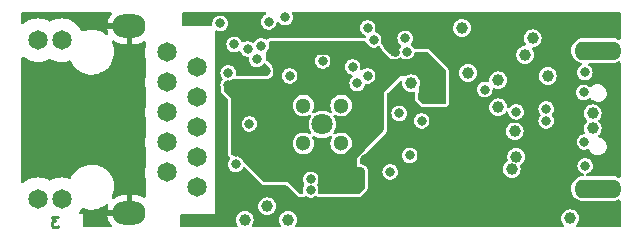
<source format=gbr>
%TF.GenerationSoftware,KiCad,Pcbnew,7.0.9-7.0.9~ubuntu22.04.1*%
%TF.CreationDate,2024-07-08T15:30:03+03:00*%
%TF.ProjectId,USB-GIGABIT_Rev_E,5553422d-4749-4474-9142-49545f526576,E*%
%TF.SameCoordinates,PX3473bc0PY4bd12e0*%
%TF.FileFunction,Copper,L3,Inr*%
%TF.FilePolarity,Positive*%
%FSLAX46Y46*%
G04 Gerber Fmt 4.6, Leading zero omitted, Abs format (unit mm)*
G04 Created by KiCad (PCBNEW 7.0.9-7.0.9~ubuntu22.04.1) date 2024-07-08 15:30:03*
%MOMM*%
%LPD*%
G01*
G04 APERTURE LIST*
%ADD10C,0.222250*%
%TA.AperFunction,NonConductor*%
%ADD11C,0.222250*%
%TD*%
%TA.AperFunction,ComponentPad*%
%ADD12C,1.300000*%
%TD*%
%TA.AperFunction,ComponentPad*%
%ADD13C,1.800000*%
%TD*%
%TA.AperFunction,ComponentPad*%
%ADD14C,1.650000*%
%TD*%
%TA.AperFunction,ComponentPad*%
%ADD15O,2.800000X2.000000*%
%TD*%
%TA.AperFunction,ComponentPad*%
%ADD16O,4.000000X1.600000*%
%TD*%
%TA.AperFunction,ViaPad*%
%ADD17C,0.800000*%
%TD*%
%TA.AperFunction,ViaPad*%
%ADD18C,1.000000*%
%TD*%
%TA.AperFunction,Conductor*%
%ADD19C,1.016000*%
%TD*%
%TA.AperFunction,Conductor*%
%ADD20C,0.762000*%
%TD*%
G04 APERTURE END LIST*
D10*
D11*
X3527783Y1261353D02*
X2977449Y1261353D01*
X2977449Y1261353D02*
X3273783Y922686D01*
X3273783Y922686D02*
X3146783Y922686D01*
X3146783Y922686D02*
X3062116Y880353D01*
X3062116Y880353D02*
X3019783Y838020D01*
X3019783Y838020D02*
X2977449Y753353D01*
X2977449Y753353D02*
X2977449Y541686D01*
X2977449Y541686D02*
X3019783Y457020D01*
X3019783Y457020D02*
X3062116Y414686D01*
X3062116Y414686D02*
X3146783Y372353D01*
X3146783Y372353D02*
X3400783Y372353D01*
X3400783Y372353D02*
X3485449Y414686D01*
X3485449Y414686D02*
X3527783Y457020D01*
D12*
X27465988Y10694500D03*
X24265988Y10694500D03*
D13*
X25865988Y9094500D03*
D12*
X27465988Y7494500D03*
X24265988Y7494500D03*
D14*
X12691500Y15215000D03*
X15231500Y13945000D03*
X12691500Y12675000D03*
X15231500Y11405000D03*
X12691500Y10135000D03*
X15231500Y8865000D03*
X12691500Y7595000D03*
X15231500Y6325000D03*
X12691500Y5055000D03*
X15231500Y3785000D03*
X3801500Y16231000D03*
X1769500Y16231000D03*
X3801500Y2769000D03*
X1769500Y2769000D03*
D15*
X9541500Y17400000D03*
X9541500Y1600000D03*
D16*
X49200000Y15350000D03*
X49200000Y3650000D03*
D17*
X24883000Y3554000D03*
D18*
X40758000Y10539000D03*
X43044000Y14984000D03*
X42155000Y8507000D03*
X43679000Y16381000D03*
X37710000Y17270000D03*
D17*
X25899000Y14476000D03*
X17898000Y13460000D03*
D18*
X40758000Y12825000D03*
X38218000Y13460000D03*
X21200000Y2157000D03*
X46854000Y1141000D03*
X44949000Y13206000D03*
X19295000Y1014000D03*
D17*
X21327000Y17778000D03*
X24883000Y4443000D03*
X18533000Y5713000D03*
X22724000Y18159000D03*
X20311000Y14603000D03*
X19694500Y9142000D03*
D18*
X48759000Y8761000D03*
D17*
X33265000Y6475000D03*
D18*
X33392000Y12571000D03*
D17*
X31614000Y5078000D03*
X30217000Y16254000D03*
D18*
X22978000Y1014000D03*
X48759000Y10031000D03*
D17*
X34281000Y7237000D03*
X28566000Y17143000D03*
D18*
X29582000Y6104503D03*
X19422000Y3300000D03*
D17*
X21073000Y13587000D03*
D18*
X43195230Y17626770D03*
X32376000Y11682000D03*
D17*
X31995000Y15238000D03*
D18*
X9389000Y7872000D03*
X6595000Y7872000D03*
X8881000Y4189000D03*
X9389000Y10920000D03*
X1388000Y7618000D03*
X1388000Y10666000D03*
X1388000Y13968000D03*
X3801000Y10666000D03*
D17*
X39615000Y12044500D03*
X42282000Y10158000D03*
X27042000Y3935000D03*
X29455000Y14476000D03*
D18*
X34789000Y11301000D03*
D17*
X29074000Y5078000D03*
X17898000Y12444000D03*
X18533000Y6729000D03*
D18*
X34789000Y12444000D03*
D17*
X22033476Y4879524D03*
X21835000Y15619000D03*
X33011000Y15238000D03*
X28820000Y12571000D03*
X20692000Y15746000D03*
X23105000Y13206000D03*
X47997000Y11809000D03*
X48098600Y13500000D03*
D18*
X41901000Y5332000D03*
X42282000Y6348000D03*
D17*
X34281000Y9396000D03*
X17212200Y17651000D03*
X18406000Y15873000D03*
X29709000Y17270000D03*
X32376000Y10031000D03*
X44822000Y10412000D03*
X44822000Y9396000D03*
X48060108Y7618000D03*
X48124000Y5586000D03*
X32884000Y16381000D03*
X29709000Y13206000D03*
X28439000Y13968000D03*
X19549000Y15492000D03*
D19*
X30333497Y6104503D02*
X30344000Y6094000D01*
D20*
X31360000Y15873000D02*
X31360000Y16635000D01*
D19*
X29582000Y6104503D02*
X30333497Y6104503D01*
D20*
X31995000Y15238000D02*
X31360000Y15873000D01*
D19*
X30598000Y8761000D02*
X30598000Y12190000D01*
X24521000Y15511000D02*
X24502000Y15492000D01*
X34789000Y12444000D02*
X34789000Y13714000D01*
X29436000Y15511000D02*
X24521000Y15511000D01*
X34789000Y13714000D02*
X34408000Y14095000D01*
X27677000Y5840000D02*
X30598000Y8761000D01*
X30852000Y14095000D02*
X29436000Y15511000D01*
X31106000Y12698000D02*
X31106000Y14095000D01*
X34408000Y14095000D02*
X31106000Y14095000D01*
X21000000Y11809000D02*
X21000000Y5913000D01*
X31106000Y14095000D02*
X30852000Y14095000D01*
X21073000Y5840000D02*
X27677000Y5840000D01*
X30598000Y12190000D02*
X31106000Y12698000D01*
X24502000Y15492000D02*
X24502000Y12825000D01*
X24502000Y12825000D02*
X23486000Y11809000D01*
X24502000Y15492000D02*
X22597000Y15492000D01*
X21000000Y5913000D02*
X21073000Y5840000D01*
X23486000Y11809000D02*
X21000000Y11809000D01*
%TA.AperFunction,Conductor*%
G36*
X7695615Y2336405D02*
G01*
X7746562Y2286959D01*
X7762688Y2217818D01*
X7756062Y2184015D01*
X7682417Y1969495D01*
X7682415Y1969486D01*
X7662477Y1850001D01*
X7662477Y1850000D01*
X8707814Y1850000D01*
X8682007Y1809844D01*
X8641500Y1671889D01*
X8641500Y1528111D01*
X8682007Y1390156D01*
X8707814Y1350000D01*
X7662477Y1350000D01*
X7682415Y1230515D01*
X7682417Y1230506D01*
X7763130Y995395D01*
X7763132Y995393D01*
X7881445Y776767D01*
X7881451Y776758D01*
X8030789Y584891D01*
X8056846Y518849D01*
X8043061Y449204D01*
X7993811Y398067D01*
X7931358Y381500D01*
X5705000Y381500D01*
X5636879Y401502D01*
X5590386Y455158D01*
X5579000Y507500D01*
X5579000Y1522000D01*
X5420042Y1522000D01*
X5351921Y1542002D01*
X5305428Y1595658D01*
X5295324Y1665932D01*
X5319174Y1723509D01*
X5354626Y1770867D01*
X5462093Y1967680D01*
X5512292Y2017878D01*
X5581666Y2032970D01*
X5626160Y2021377D01*
X5660762Y2005156D01*
X5660764Y2005156D01*
X5660767Y2005154D01*
X5927169Y1925005D01*
X6202395Y1884501D01*
X6202398Y1884500D01*
X6202401Y1884500D01*
X6410965Y1884500D01*
X6443815Y1886905D01*
X6618955Y1899723D01*
X6890497Y1960212D01*
X7150338Y2059592D01*
X7392940Y2195747D01*
X7559881Y2324656D01*
X7626023Y2350458D01*
X7695615Y2336405D01*
G37*
%TD.AperFunction*%
%TA.AperFunction,Conductor*%
G36*
X9791500Y15900000D02*
G01*
X10003545Y15900000D01*
X10189243Y15915389D01*
X10430216Y15976412D01*
X10657864Y16076267D01*
X10657870Y16076271D01*
X10718085Y16115610D01*
X10786053Y16136123D01*
X10854322Y16116634D01*
X10901217Y16063329D01*
X10913000Y16010127D01*
X10913000Y15716139D01*
X10910121Y15689356D01*
X10864087Y15477739D01*
X10845296Y15215000D01*
X10864087Y14952262D01*
X10864088Y14952258D01*
X10890112Y14832624D01*
X10910121Y14740646D01*
X10913000Y14713863D01*
X10913000Y13176139D01*
X10910121Y13149356D01*
X10864087Y12937739D01*
X10845296Y12675000D01*
X10864087Y12412262D01*
X10910121Y12200646D01*
X10913000Y12173863D01*
X10913000Y10636139D01*
X10910121Y10609356D01*
X10864087Y10397739D01*
X10845296Y10135000D01*
X10864087Y9872262D01*
X10910121Y9660646D01*
X10913000Y9633863D01*
X10913000Y8096139D01*
X10910121Y8069356D01*
X10864087Y7857739D01*
X10845296Y7595000D01*
X10864087Y7332262D01*
X10910121Y7120646D01*
X10913000Y7093863D01*
X10913000Y5556139D01*
X10910121Y5529356D01*
X10864087Y5317739D01*
X10845296Y5055000D01*
X10864087Y4792262D01*
X10864088Y4792258D01*
X10893660Y4656314D01*
X10910121Y4580646D01*
X10913000Y4553863D01*
X10913000Y2989874D01*
X10892998Y2921753D01*
X10839342Y2875260D01*
X10769068Y2865156D01*
X10718086Y2884390D01*
X10657867Y2923732D01*
X10657864Y2923734D01*
X10430215Y3023589D01*
X10430217Y3023589D01*
X10189243Y3084612D01*
X10003545Y3100000D01*
X9791500Y3100000D01*
X9791500Y2100000D01*
X9291500Y2100000D01*
X9291500Y3100000D01*
X9079455Y3100000D01*
X8893756Y3084612D01*
X8652783Y3023589D01*
X8425136Y2923734D01*
X8237447Y2801112D01*
X8169478Y2780600D01*
X8101209Y2800090D01*
X8054315Y2853395D01*
X8043683Y2923591D01*
X8056474Y2964207D01*
X8095297Y3039717D01*
X8185121Y3303014D01*
X8235652Y3576584D01*
X8245813Y3854596D01*
X8215386Y4131124D01*
X8202314Y4181123D01*
X8145019Y4400279D01*
X8104918Y4494644D01*
X8036216Y4656314D01*
X7891292Y4893781D01*
X7713337Y5107617D01*
X7506143Y5293263D01*
X7274127Y5446763D01*
X7138360Y5510408D01*
X7022234Y5564846D01*
X6942763Y5588756D01*
X6755831Y5644995D01*
X6755826Y5644996D01*
X6755822Y5644997D01*
X6480603Y5685500D01*
X6480599Y5685500D01*
X6272037Y5685500D01*
X6272035Y5685500D01*
X6064041Y5670277D01*
X5792509Y5609790D01*
X5792497Y5609786D01*
X5532661Y5510408D01*
X5290059Y5374253D01*
X5069866Y5204225D01*
X5069865Y5204224D01*
X4876780Y5003954D01*
X4714904Y4777693D01*
X4600455Y4555087D01*
X4551519Y4503651D01*
X4482542Y4486836D01*
X4444366Y4494644D01*
X4420217Y4503651D01*
X4321636Y4540420D01*
X4136718Y4580646D01*
X4064238Y4596413D01*
X3801500Y4615204D01*
X3538761Y4596413D01*
X3281366Y4540421D01*
X3034557Y4448366D01*
X2845885Y4345343D01*
X2776511Y4330252D01*
X2725115Y4345343D01*
X2536442Y4448366D01*
X2289633Y4540421D01*
X2032238Y4596413D01*
X1769500Y4615204D01*
X1506761Y4596413D01*
X1249366Y4540421D01*
X1002557Y4448366D01*
X771367Y4322126D01*
X583009Y4181123D01*
X516489Y4156312D01*
X447115Y4171403D01*
X396912Y4221606D01*
X381500Y4281991D01*
X381500Y14718010D01*
X401502Y14786131D01*
X455158Y14832624D01*
X525432Y14842728D01*
X583005Y14818880D01*
X771367Y14677874D01*
X1002559Y14551634D01*
X1249364Y14459580D01*
X1506758Y14403588D01*
X1769500Y14384796D01*
X2032242Y14403588D01*
X2289636Y14459580D01*
X2536441Y14551634D01*
X2725117Y14654659D01*
X2794488Y14669750D01*
X2845881Y14654660D01*
X3034559Y14551634D01*
X3281364Y14459580D01*
X3538758Y14403588D01*
X3801500Y14384796D01*
X4064242Y14403588D01*
X4321636Y14459580D01*
X4446908Y14506306D01*
X4517723Y14511371D01*
X4580036Y14477346D01*
X4606905Y14437529D01*
X4646783Y14343687D01*
X4646784Y14343686D01*
X4791708Y14106219D01*
X4969663Y13892383D01*
X5176857Y13706737D01*
X5408873Y13553237D01*
X5660767Y13435154D01*
X5927169Y13355005D01*
X6202395Y13314501D01*
X6202398Y13314500D01*
X6202401Y13314500D01*
X6410965Y13314500D01*
X6443815Y13316905D01*
X6618955Y13329723D01*
X6890497Y13390212D01*
X7150338Y13489592D01*
X7392940Y13625747D01*
X7613132Y13795774D01*
X7806222Y13996049D01*
X7968093Y14222304D01*
X8095297Y14469717D01*
X8185121Y14733014D01*
X8235652Y15006584D01*
X8245813Y15284596D01*
X8215386Y15561124D01*
X8145020Y15830276D01*
X8054748Y16042703D01*
X8046516Y16113218D01*
X8077714Y16176993D01*
X8138439Y16213776D01*
X8209410Y16211890D01*
X8239628Y16197463D01*
X8425129Y16076271D01*
X8425135Y16076267D01*
X8652784Y15976412D01*
X8652782Y15976412D01*
X8893756Y15915389D01*
X9079455Y15900000D01*
X9291500Y15900000D01*
X9291500Y16900000D01*
X9791500Y16900000D01*
X9791500Y15900000D01*
G37*
%TD.AperFunction*%
%TA.AperFunction,Conductor*%
G36*
X7999479Y18598498D02*
G01*
X8045972Y18544842D01*
X8056076Y18474568D01*
X8030789Y18415109D01*
X7881451Y18223243D01*
X7881445Y18223234D01*
X7763132Y18004608D01*
X7763130Y18004606D01*
X7682417Y17769495D01*
X7682415Y17769486D01*
X7662477Y17650001D01*
X7662477Y17650000D01*
X8707814Y17650000D01*
X8682007Y17609844D01*
X8641500Y17471889D01*
X8641500Y17328111D01*
X8682007Y17190156D01*
X8707814Y17150000D01*
X7662477Y17150000D01*
X7682415Y17030515D01*
X7682417Y17030506D01*
X7755953Y16816303D01*
X7759153Y16745378D01*
X7723501Y16683983D01*
X7660315Y16651609D01*
X7589657Y16658534D01*
X7552699Y16681549D01*
X7506143Y16723263D01*
X7274127Y16876763D01*
X7022234Y16994846D01*
X6903675Y17030515D01*
X6755831Y17074995D01*
X6755826Y17074996D01*
X6755822Y17074997D01*
X6480603Y17115500D01*
X6480599Y17115500D01*
X6272037Y17115500D01*
X6272035Y17115500D01*
X6064041Y17100277D01*
X5792509Y17039790D01*
X5792497Y17039786D01*
X5618636Y16973290D01*
X5547865Y16967637D01*
X5485272Y17001144D01*
X5463039Y17030588D01*
X5354626Y17229133D01*
X5196768Y17440007D01*
X5196766Y17440009D01*
X5196758Y17440018D01*
X5010517Y17626259D01*
X5010508Y17626267D01*
X5005524Y17629998D01*
X4799633Y17784126D01*
X4615482Y17884680D01*
X4568442Y17910366D01*
X4321633Y18002421D01*
X4064238Y18058413D01*
X3801500Y18077204D01*
X3538761Y18058413D01*
X3281366Y18002421D01*
X3034557Y17910366D01*
X2845885Y17807343D01*
X2776511Y17792252D01*
X2725115Y17807343D01*
X2536442Y17910366D01*
X2289633Y18002421D01*
X2032238Y18058413D01*
X1769500Y18077204D01*
X1506761Y18058413D01*
X1249366Y18002421D01*
X1002557Y17910366D01*
X846134Y17824952D01*
X771367Y17784126D01*
X592196Y17650000D01*
X583009Y17643123D01*
X516489Y17618312D01*
X447115Y17633403D01*
X396912Y17683606D01*
X381500Y17743991D01*
X381500Y18492500D01*
X401502Y18560621D01*
X455158Y18607114D01*
X507500Y18618500D01*
X7931358Y18618500D01*
X7999479Y18598498D01*
G37*
%TD.AperFunction*%
%TA.AperFunction,Conductor*%
G36*
X21076993Y18598498D02*
G01*
X21123486Y18544842D01*
X21133590Y18474568D01*
X21104096Y18409988D01*
X21067427Y18380933D01*
X20952474Y18320602D01*
X20952469Y18320598D01*
X20833501Y18215200D01*
X20743215Y18084399D01*
X20743212Y18084393D01*
X20686849Y17935780D01*
X20667693Y17778004D01*
X20667693Y17777997D01*
X20686849Y17620221D01*
X20723721Y17523000D01*
X20743213Y17471605D01*
X20833502Y17340799D01*
X20952471Y17235401D01*
X20952472Y17235401D01*
X20952474Y17235399D01*
X20993626Y17213801D01*
X21093207Y17161537D01*
X21247529Y17123500D01*
X21247530Y17123500D01*
X21406470Y17123500D01*
X21406471Y17123500D01*
X21560793Y17161537D01*
X21701529Y17235401D01*
X21820498Y17340799D01*
X21910787Y17471605D01*
X21967149Y17620218D01*
X21967149Y17620219D01*
X21967150Y17620221D01*
X21976988Y17701248D01*
X22005054Y17766461D01*
X22063923Y17806148D01*
X22134902Y17807708D01*
X22195457Y17770646D01*
X22205763Y17757640D01*
X22230502Y17721799D01*
X22349471Y17616401D01*
X22349472Y17616401D01*
X22349474Y17616399D01*
X22381787Y17599440D01*
X22490207Y17542537D01*
X22644529Y17504500D01*
X22644530Y17504500D01*
X22803470Y17504500D01*
X22803471Y17504500D01*
X22957793Y17542537D01*
X23098529Y17616401D01*
X23217498Y17721799D01*
X23307787Y17852605D01*
X23364149Y18001218D01*
X23364149Y18001219D01*
X23364150Y18001221D01*
X23383307Y18158997D01*
X23383307Y18159004D01*
X23364150Y18316780D01*
X23352159Y18348395D01*
X23314451Y18447822D01*
X23308998Y18518606D01*
X23342680Y18581104D01*
X23404804Y18615471D01*
X23432264Y18618500D01*
X50992500Y18618500D01*
X51060621Y18598498D01*
X51107114Y18544842D01*
X51118500Y18492500D01*
X51118500Y16371857D01*
X51098498Y16303736D01*
X51044842Y16257243D01*
X50974568Y16247139D01*
X50933104Y16260735D01*
X50805492Y16328945D01*
X50664029Y16371857D01*
X50606718Y16389242D01*
X50606717Y16389243D01*
X50606711Y16389244D01*
X50451807Y16404500D01*
X50451801Y16404500D01*
X47948199Y16404500D01*
X47948192Y16404500D01*
X47793288Y16389244D01*
X47594507Y16328945D01*
X47411313Y16231026D01*
X47411313Y16231025D01*
X47250747Y16099253D01*
X47118975Y15938687D01*
X47118974Y15938687D01*
X47021055Y15755493D01*
X46960756Y15556712D01*
X46940398Y15350004D01*
X46940398Y15349997D01*
X46960756Y15143289D01*
X46960757Y15143283D01*
X46960758Y15143282D01*
X46979120Y15082749D01*
X47021055Y14944508D01*
X47118974Y14761314D01*
X47250747Y14600748D01*
X47411313Y14468976D01*
X47411313Y14468975D01*
X47453216Y14446578D01*
X47594508Y14371055D01*
X47778983Y14315096D01*
X47838363Y14276182D01*
X47867278Y14211341D01*
X47856548Y14141160D01*
X47809579Y14087921D01*
X47800962Y14082955D01*
X47724071Y14042600D01*
X47724069Y14042598D01*
X47636790Y13965274D01*
X47615302Y13946237D01*
X47605101Y13937200D01*
X47514815Y13806399D01*
X47514812Y13806393D01*
X47458449Y13657780D01*
X47439293Y13500004D01*
X47439293Y13499997D01*
X47458449Y13342221D01*
X47492656Y13252027D01*
X47514813Y13193605D01*
X47605102Y13062799D01*
X47724071Y12957401D01*
X47724072Y12957401D01*
X47724074Y12957399D01*
X47744841Y12946500D01*
X47864807Y12883537D01*
X48019129Y12845500D01*
X48019130Y12845500D01*
X48178070Y12845500D01*
X48178071Y12845500D01*
X48332393Y12883537D01*
X48473129Y12957401D01*
X48592098Y13062799D01*
X48682387Y13193605D01*
X48738749Y13342218D01*
X48738749Y13342219D01*
X48738750Y13342221D01*
X48757907Y13499997D01*
X48757907Y13500004D01*
X48738750Y13657780D01*
X48700887Y13757615D01*
X48682387Y13806395D01*
X48592098Y13937201D01*
X48473129Y14042599D01*
X48473128Y14042600D01*
X48473125Y14042602D01*
X48443913Y14057933D01*
X48392890Y14107301D01*
X48376658Y14176417D01*
X48400370Y14243337D01*
X48456497Y14286814D01*
X48502468Y14295500D01*
X50451792Y14295500D01*
X50451801Y14295500D01*
X50539859Y14304174D01*
X50606711Y14310757D01*
X50606712Y14310758D01*
X50606718Y14310758D01*
X50805492Y14371055D01*
X50933106Y14439267D01*
X51002609Y14453738D01*
X51068906Y14428335D01*
X51110944Y14371122D01*
X51118500Y14328144D01*
X51118500Y4671857D01*
X51098498Y4603736D01*
X51044842Y4557243D01*
X50974568Y4547139D01*
X50933104Y4560735D01*
X50805492Y4628945D01*
X50606711Y4689244D01*
X50451807Y4704500D01*
X50451801Y4704500D01*
X48320201Y4704500D01*
X48252080Y4724502D01*
X48205587Y4778158D01*
X48195483Y4848432D01*
X48224977Y4913012D01*
X48284703Y4951396D01*
X48290047Y4952839D01*
X48297522Y4954682D01*
X48357793Y4969537D01*
X48498529Y5043401D01*
X48617498Y5148799D01*
X48707787Y5279605D01*
X48764149Y5428218D01*
X48764149Y5428219D01*
X48764150Y5428221D01*
X48783307Y5585997D01*
X48783307Y5586004D01*
X48764150Y5743780D01*
X48732946Y5826056D01*
X48707787Y5892395D01*
X48617498Y6023201D01*
X48498529Y6128599D01*
X48498528Y6128600D01*
X48498525Y6128602D01*
X48357797Y6202461D01*
X48357795Y6202462D01*
X48357793Y6202463D01*
X48357791Y6202464D01*
X48357790Y6202464D01*
X48203472Y6240500D01*
X48203471Y6240500D01*
X48044529Y6240500D01*
X48044527Y6240500D01*
X47890209Y6202464D01*
X47890202Y6202461D01*
X47749474Y6128602D01*
X47749469Y6128598D01*
X47630501Y6023200D01*
X47540215Y5892399D01*
X47540212Y5892393D01*
X47483849Y5743780D01*
X47464693Y5586004D01*
X47464693Y5585997D01*
X47483849Y5428221D01*
X47532023Y5301200D01*
X47540213Y5279605D01*
X47630502Y5148799D01*
X47749471Y5043401D01*
X47749472Y5043401D01*
X47749474Y5043399D01*
X47824200Y5004180D01*
X47890207Y4969537D01*
X47962011Y4951839D01*
X48023365Y4916116D01*
X48055666Y4852893D01*
X48048659Y4782243D01*
X48004568Y4726597D01*
X47944207Y4704107D01*
X47793288Y4689244D01*
X47594507Y4628945D01*
X47411313Y4531026D01*
X47411313Y4531025D01*
X47250747Y4399253D01*
X47118975Y4238687D01*
X47118974Y4238687D01*
X47021055Y4055493D01*
X46960756Y3856712D01*
X46940398Y3650004D01*
X46940398Y3649997D01*
X46960756Y3443289D01*
X46960757Y3443283D01*
X46960758Y3443282D01*
X47003135Y3303584D01*
X47021055Y3244508D01*
X47118974Y3061314D01*
X47250747Y2900748D01*
X47411313Y2768976D01*
X47411313Y2768975D01*
X47445644Y2750625D01*
X47594508Y2671055D01*
X47793282Y2610758D01*
X47793286Y2610758D01*
X47793288Y2610757D01*
X47881340Y2602085D01*
X47948199Y2595500D01*
X47948208Y2595500D01*
X50451792Y2595500D01*
X50451801Y2595500D01*
X50539859Y2604174D01*
X50606711Y2610757D01*
X50606712Y2610758D01*
X50606718Y2610758D01*
X50805492Y2671055D01*
X50933106Y2739267D01*
X51002609Y2753738D01*
X51068906Y2728335D01*
X51110944Y2671122D01*
X51118500Y2628144D01*
X51118500Y507500D01*
X51098498Y439379D01*
X51044842Y392886D01*
X50992500Y381500D01*
X47465715Y381500D01*
X47397594Y401502D01*
X47351101Y455158D01*
X47340997Y525432D01*
X47370491Y590012D01*
X47376620Y596595D01*
X47447622Y667598D01*
X47447624Y667600D01*
X47538082Y811563D01*
X47594237Y972046D01*
X47613274Y1141000D01*
X47594237Y1309954D01*
X47538082Y1470437D01*
X47447624Y1614400D01*
X47447622Y1614403D01*
X47327402Y1734623D01*
X47327399Y1734625D01*
X47183439Y1825081D01*
X47183437Y1825082D01*
X47176347Y1827563D01*
X47022954Y1881237D01*
X46854000Y1900274D01*
X46685046Y1881237D01*
X46685043Y1881237D01*
X46685043Y1881236D01*
X46524562Y1825082D01*
X46524560Y1825081D01*
X46380600Y1734625D01*
X46380597Y1734623D01*
X46260377Y1614403D01*
X46260375Y1614400D01*
X46169919Y1470440D01*
X46169918Y1470438D01*
X46125480Y1343440D01*
X46113763Y1309954D01*
X46094726Y1141000D01*
X46113763Y972046D01*
X46113764Y972044D01*
X46169918Y811563D01*
X46169919Y811561D01*
X46260375Y667601D01*
X46260377Y667598D01*
X46331380Y596595D01*
X46365406Y534283D01*
X46360341Y463468D01*
X46317794Y406632D01*
X46251274Y381821D01*
X46242285Y381500D01*
X23699635Y381500D01*
X23631514Y401502D01*
X23585021Y455158D01*
X23574917Y525432D01*
X23592948Y574536D01*
X23623415Y623026D01*
X23662082Y684563D01*
X23718237Y845046D01*
X23737274Y1014000D01*
X23718237Y1182954D01*
X23662082Y1343437D01*
X23571624Y1487400D01*
X23571622Y1487403D01*
X23451402Y1607623D01*
X23451399Y1607625D01*
X23307439Y1698081D01*
X23307437Y1698082D01*
X23243069Y1720605D01*
X23146954Y1754237D01*
X22978000Y1773274D01*
X22809046Y1754237D01*
X22809043Y1754237D01*
X22809043Y1754236D01*
X22648562Y1698082D01*
X22648560Y1698081D01*
X22504600Y1607625D01*
X22504597Y1607623D01*
X22384377Y1487403D01*
X22384375Y1487400D01*
X22293919Y1343440D01*
X22293918Y1343438D01*
X22237764Y1182957D01*
X22237763Y1182954D01*
X22218726Y1014000D01*
X22237763Y845046D01*
X22237764Y845044D01*
X22293918Y684563D01*
X22293919Y684561D01*
X22363052Y574536D01*
X22382358Y506215D01*
X22361663Y438302D01*
X22307536Y392358D01*
X22256365Y381500D01*
X20016635Y381500D01*
X19948514Y401502D01*
X19902021Y455158D01*
X19891917Y525432D01*
X19909948Y574536D01*
X19940415Y623026D01*
X19979082Y684563D01*
X20035237Y845046D01*
X20054274Y1014000D01*
X20035237Y1182954D01*
X19979082Y1343437D01*
X19888624Y1487400D01*
X19888622Y1487403D01*
X19768402Y1607623D01*
X19768399Y1607625D01*
X19624439Y1698081D01*
X19624437Y1698082D01*
X19560069Y1720605D01*
X19463954Y1754237D01*
X19295000Y1773274D01*
X19126046Y1754237D01*
X19126043Y1754237D01*
X19126043Y1754236D01*
X18965562Y1698082D01*
X18965560Y1698081D01*
X18821600Y1607625D01*
X18821597Y1607623D01*
X18701377Y1487403D01*
X18701375Y1487400D01*
X18610919Y1343440D01*
X18610918Y1343438D01*
X18554764Y1182957D01*
X18554763Y1182954D01*
X18535726Y1014000D01*
X18554763Y845046D01*
X18554764Y845044D01*
X18610918Y684563D01*
X18610919Y684561D01*
X18680052Y574536D01*
X18699358Y506215D01*
X18678663Y438302D01*
X18624536Y392358D01*
X18573365Y381500D01*
X13960000Y381500D01*
X13891879Y401502D01*
X13845386Y455158D01*
X13834000Y507500D01*
X13834000Y1396000D01*
X13854002Y1464121D01*
X13907658Y1510614D01*
X13960000Y1522000D01*
X16755000Y1522000D01*
X16755000Y2157000D01*
X20440726Y2157000D01*
X20459763Y1988046D01*
X20478492Y1934522D01*
X20515918Y1827563D01*
X20515919Y1827561D01*
X20606375Y1683601D01*
X20606377Y1683598D01*
X20726597Y1563378D01*
X20726600Y1563376D01*
X20870563Y1472918D01*
X21031046Y1416763D01*
X21200000Y1397726D01*
X21368954Y1416763D01*
X21529437Y1472918D01*
X21673400Y1563376D01*
X21793624Y1683600D01*
X21884082Y1827563D01*
X21940237Y1988046D01*
X21959274Y2157000D01*
X21940237Y2325954D01*
X21884082Y2486437D01*
X21793624Y2630400D01*
X21793622Y2630403D01*
X21673402Y2750623D01*
X21673399Y2750625D01*
X21529439Y2841081D01*
X21529437Y2841082D01*
X21480816Y2858095D01*
X21368954Y2897237D01*
X21200000Y2916274D01*
X21031046Y2897237D01*
X21031043Y2897237D01*
X21031043Y2897236D01*
X20870562Y2841082D01*
X20870560Y2841081D01*
X20726600Y2750625D01*
X20726597Y2750623D01*
X20606377Y2630403D01*
X20606375Y2630400D01*
X20515919Y2486440D01*
X20515918Y2486438D01*
X20477755Y2377374D01*
X20459763Y2325954D01*
X20440726Y2157000D01*
X16755000Y2157000D01*
X16755000Y12443998D01*
X17238693Y12443998D01*
X17257040Y12292899D01*
X17257500Y12285298D01*
X17257500Y11981236D01*
X17258244Y11967360D01*
X17258314Y11966713D01*
X17261865Y11933673D01*
X17261866Y11933665D01*
X17261866Y11933663D01*
X17291842Y11837936D01*
X17292123Y11837040D01*
X17315662Y11793932D01*
X17326152Y11774723D01*
X17353565Y11738105D01*
X17370411Y11715602D01*
X17855595Y11230418D01*
X17889619Y11168107D01*
X17892499Y11141324D01*
X17892499Y10694501D01*
X17892500Y9141999D01*
X17892500Y6887704D01*
X17892040Y6880103D01*
X17873693Y6729002D01*
X17873693Y6728997D01*
X17892849Y6571222D01*
X17894673Y6563826D01*
X17894011Y6563663D01*
X17897494Y6549104D01*
X17897891Y6549168D01*
X17898429Y6545843D01*
X17909813Y6493510D01*
X17909814Y6493510D01*
X17909816Y6493499D01*
X17917166Y6466709D01*
X17967269Y6378722D01*
X18013762Y6325066D01*
X18013761Y6325067D01*
X18013021Y6325781D01*
X18029225Y6306687D01*
X18038965Y6292576D01*
X18061201Y6225151D01*
X18043453Y6156408D01*
X18038965Y6149424D01*
X17949215Y6019399D01*
X17949212Y6019393D01*
X17892849Y5870780D01*
X17873693Y5713004D01*
X17873693Y5712997D01*
X17892849Y5555221D01*
X17926185Y5467323D01*
X17949213Y5406605D01*
X18039502Y5275799D01*
X18158471Y5170401D01*
X18158472Y5170401D01*
X18158474Y5170399D01*
X18199626Y5148801D01*
X18299207Y5096537D01*
X18453529Y5058500D01*
X18453530Y5058500D01*
X18612470Y5058500D01*
X18612471Y5058500D01*
X18766793Y5096537D01*
X18907529Y5170401D01*
X19026498Y5275799D01*
X19116787Y5406605D01*
X19116790Y5406615D01*
X19120329Y5413355D01*
X19122767Y5412076D01*
X19157797Y5458343D01*
X19224451Y5482792D01*
X19293742Y5467323D01*
X19321851Y5446161D01*
X20730520Y4037492D01*
X20740848Y4028214D01*
X20767235Y4006949D01*
X20767242Y4006943D01*
X20839802Y3968988D01*
X20856960Y3960013D01*
X20925081Y3940011D01*
X20998190Y3929500D01*
X22818322Y3929500D01*
X22886443Y3909498D01*
X22907412Y3892600D01*
X23351218Y3448794D01*
X23778519Y3021493D01*
X23778520Y3021492D01*
X23788848Y3012214D01*
X23815235Y2990949D01*
X23815242Y2990943D01*
X23904952Y2944017D01*
X23904960Y2944013D01*
X23973081Y2924011D01*
X24046190Y2913500D01*
X24046193Y2913500D01*
X24152094Y2913500D01*
X24154126Y2913612D01*
X24166330Y2914283D01*
X24190764Y2916978D01*
X24200869Y2918092D01*
X24201206Y2918130D01*
X24201581Y2918172D01*
X24298039Y2948958D01*
X24360161Y2983324D01*
X24360159Y2983322D01*
X24363801Y2985785D01*
X24385936Y3000752D01*
X24453566Y3022339D01*
X24515064Y3007941D01*
X24649207Y2937537D01*
X24803529Y2899500D01*
X24803530Y2899500D01*
X24962470Y2899500D01*
X24962471Y2899500D01*
X25116793Y2937537D01*
X25249089Y3006972D01*
X25318699Y3020918D01*
X25382550Y2995898D01*
X25382779Y2996214D01*
X25384012Y2995325D01*
X25384802Y2995015D01*
X25386602Y2993457D01*
X25390085Y2990946D01*
X25390087Y2990944D01*
X25479806Y2944013D01*
X25547927Y2924011D01*
X25621036Y2913500D01*
X25621039Y2913500D01*
X28901765Y2913500D01*
X28915641Y2914244D01*
X28930541Y2915847D01*
X28949328Y2917865D01*
X28949336Y2917866D01*
X29045961Y2948123D01*
X29108273Y2982149D01*
X29167399Y3026411D01*
X29606502Y3465514D01*
X29606508Y3465520D01*
X29615786Y3475848D01*
X29637051Y3502235D01*
X29637052Y3502237D01*
X29637056Y3502241D01*
X29683987Y3591960D01*
X29703989Y3660081D01*
X29714500Y3733190D01*
X29714500Y4919298D01*
X29714960Y4926899D01*
X29733307Y5077997D01*
X30954693Y5077997D01*
X30973849Y4920221D01*
X30999384Y4852893D01*
X31030213Y4771605D01*
X31120502Y4640799D01*
X31239471Y4535401D01*
X31239472Y4535401D01*
X31239474Y4535399D01*
X31314200Y4496180D01*
X31380207Y4461537D01*
X31534529Y4423500D01*
X31534530Y4423500D01*
X31693470Y4423500D01*
X31693471Y4423500D01*
X31847793Y4461537D01*
X31988529Y4535401D01*
X32107498Y4640799D01*
X32197787Y4771605D01*
X32254149Y4920218D01*
X32254149Y4920219D01*
X32254150Y4920221D01*
X32273307Y5077997D01*
X32273307Y5078004D01*
X32254150Y5235780D01*
X32217658Y5332000D01*
X41141726Y5332000D01*
X41160763Y5163046D01*
X41190520Y5078004D01*
X41216918Y5002563D01*
X41216919Y5002561D01*
X41307375Y4858601D01*
X41307377Y4858598D01*
X41427597Y4738378D01*
X41427600Y4738376D01*
X41571563Y4647918D01*
X41732046Y4591763D01*
X41901000Y4572726D01*
X42069954Y4591763D01*
X42230437Y4647918D01*
X42374400Y4738376D01*
X42494624Y4858600D01*
X42585082Y5002563D01*
X42641237Y5163046D01*
X42660274Y5332000D01*
X42641237Y5500954D01*
X42622306Y5555054D01*
X42618688Y5625957D01*
X42653977Y5687563D01*
X42674196Y5703353D01*
X42755400Y5754376D01*
X42875624Y5874600D01*
X42966082Y6018563D01*
X43022237Y6179046D01*
X43041274Y6348000D01*
X43022237Y6516954D01*
X42966082Y6677437D01*
X42875624Y6821400D01*
X42875622Y6821403D01*
X42755402Y6941623D01*
X42755399Y6941625D01*
X42611439Y7032081D01*
X42611437Y7032082D01*
X42607988Y7033289D01*
X42450954Y7088237D01*
X42282000Y7107274D01*
X42113046Y7088237D01*
X42113043Y7088237D01*
X42113043Y7088236D01*
X41952562Y7032082D01*
X41952560Y7032081D01*
X41808600Y6941625D01*
X41808597Y6941623D01*
X41688377Y6821403D01*
X41688375Y6821400D01*
X41597919Y6677440D01*
X41597918Y6677438D01*
X41558164Y6563826D01*
X41541763Y6516954D01*
X41522726Y6348000D01*
X41541763Y6179046D01*
X41545417Y6168602D01*
X41560693Y6124947D01*
X41564311Y6054042D01*
X41529021Y5992438D01*
X41508800Y5976646D01*
X41427596Y5925622D01*
X41307377Y5805403D01*
X41307375Y5805400D01*
X41216919Y5661440D01*
X41216918Y5661438D01*
X41179693Y5555053D01*
X41160763Y5500954D01*
X41141726Y5332000D01*
X32217658Y5332000D01*
X32197787Y5384395D01*
X32107498Y5515201D01*
X31988529Y5620599D01*
X31988528Y5620600D01*
X31988525Y5620602D01*
X31847797Y5694461D01*
X31847795Y5694462D01*
X31847793Y5694463D01*
X31847791Y5694464D01*
X31847790Y5694464D01*
X31693472Y5732500D01*
X31693471Y5732500D01*
X31534529Y5732500D01*
X31534527Y5732500D01*
X31380209Y5694464D01*
X31380202Y5694461D01*
X31239474Y5620602D01*
X31239469Y5620598D01*
X31120501Y5515200D01*
X31030215Y5384399D01*
X31030212Y5384393D01*
X30973849Y5235780D01*
X30954693Y5078004D01*
X30954693Y5077997D01*
X29733307Y5077997D01*
X29733307Y5077998D01*
X29733307Y5078002D01*
X29714960Y5229103D01*
X29714500Y5236704D01*
X29714500Y5257707D01*
X29713879Y5270384D01*
X29713879Y5270385D01*
X29710854Y5301200D01*
X29710854Y5301204D01*
X29682616Y5395980D01*
X29649750Y5458912D01*
X29624763Y5497847D01*
X29548285Y5564203D01*
X29486614Y5599374D01*
X29486613Y5599375D01*
X29486612Y5599375D01*
X29481846Y5601254D01*
X29455565Y5617374D01*
X29454803Y5616268D01*
X29448525Y5620602D01*
X29307797Y5694461D01*
X29307795Y5694462D01*
X29307793Y5694463D01*
X29307791Y5694464D01*
X29307790Y5694464D01*
X29175346Y5727109D01*
X29113991Y5762833D01*
X29081690Y5826056D01*
X29079500Y5849448D01*
X29079500Y6029596D01*
X29079006Y6040908D01*
X29077857Y6054042D01*
X29077065Y6063088D01*
X29076800Y6081374D01*
X29078965Y6118555D01*
X29102895Y6185395D01*
X29115651Y6200315D01*
X29390333Y6474997D01*
X32605693Y6474997D01*
X32624849Y6317221D01*
X32661342Y6221000D01*
X32681213Y6168605D01*
X32771502Y6037799D01*
X32890471Y5932401D01*
X32890472Y5932401D01*
X32890474Y5932399D01*
X32903383Y5925624D01*
X33031207Y5858537D01*
X33185529Y5820500D01*
X33185530Y5820500D01*
X33344470Y5820500D01*
X33344471Y5820500D01*
X33498793Y5858537D01*
X33639529Y5932401D01*
X33758498Y6037799D01*
X33848787Y6168605D01*
X33905149Y6317218D01*
X33905149Y6317219D01*
X33905150Y6317221D01*
X33924307Y6474997D01*
X33924307Y6475004D01*
X33905150Y6632780D01*
X33867720Y6731473D01*
X33848787Y6781395D01*
X33758498Y6912201D01*
X33639529Y7017599D01*
X33639528Y7017600D01*
X33639525Y7017602D01*
X33498797Y7091461D01*
X33498795Y7091462D01*
X33498793Y7091463D01*
X33498791Y7091464D01*
X33498790Y7091464D01*
X33344472Y7129500D01*
X33344471Y7129500D01*
X33185529Y7129500D01*
X33185527Y7129500D01*
X33031209Y7091464D01*
X33031202Y7091461D01*
X32890474Y7017602D01*
X32890469Y7017598D01*
X32771501Y6912200D01*
X32681215Y6781399D01*
X32681212Y6781393D01*
X32624849Y6632780D01*
X32605693Y6475004D01*
X32605693Y6474997D01*
X29390333Y6474997D01*
X30533333Y7617997D01*
X47400801Y7617997D01*
X47419957Y7460221D01*
X47468555Y7332081D01*
X47476321Y7311605D01*
X47566610Y7180799D01*
X47685579Y7075401D01*
X47685580Y7075401D01*
X47685582Y7075399D01*
X47760308Y7036180D01*
X47826315Y7001537D01*
X47980637Y6963500D01*
X47980638Y6963500D01*
X48139578Y6963500D01*
X48139579Y6963500D01*
X48293901Y7001537D01*
X48333266Y7022198D01*
X48402877Y7036145D01*
X48468980Y7010243D01*
X48507516Y6960537D01*
X48545623Y6872195D01*
X48545623Y6872194D01*
X48650387Y6731473D01*
X48650389Y6731472D01*
X48650390Y6731470D01*
X48706268Y6684583D01*
X48784784Y6618699D01*
X48784786Y6618698D01*
X48941567Y6539960D01*
X49112279Y6499500D01*
X49112281Y6499500D01*
X49243712Y6499500D01*
X49341618Y6510945D01*
X49374255Y6514759D01*
X49539117Y6574763D01*
X49685696Y6671170D01*
X49806092Y6798782D01*
X49893812Y6950719D01*
X49944130Y7118790D01*
X49954331Y7293935D01*
X49923865Y7466711D01*
X49854377Y7627804D01*
X49854376Y7627805D01*
X49854375Y7627808D01*
X49749612Y7768528D01*
X49615215Y7881302D01*
X49458434Y7960040D01*
X49419885Y7969177D01*
X49327766Y7991009D01*
X49266096Y8026181D01*
X49233231Y8089113D01*
X49239606Y8159822D01*
X49267729Y8202706D01*
X49352624Y8287600D01*
X49443082Y8431563D01*
X49499237Y8592046D01*
X49518274Y8761000D01*
X49499237Y8929954D01*
X49443082Y9090437D01*
X49352624Y9234400D01*
X49352622Y9234403D01*
X49280120Y9306905D01*
X49246094Y9369217D01*
X49251159Y9440032D01*
X49280120Y9485095D01*
X49352622Y9557598D01*
X49352624Y9557600D01*
X49443082Y9701563D01*
X49499237Y9862046D01*
X49518274Y10031000D01*
X49499237Y10199954D01*
X49443082Y10360437D01*
X49352624Y10504400D01*
X49352622Y10504403D01*
X49232402Y10624623D01*
X49232399Y10624625D01*
X49088439Y10715081D01*
X49088437Y10715082D01*
X49078957Y10718399D01*
X48927954Y10771237D01*
X48759000Y10790274D01*
X48590046Y10771237D01*
X48590043Y10771237D01*
X48590043Y10771236D01*
X48429562Y10715082D01*
X48429560Y10715081D01*
X48285600Y10624625D01*
X48285597Y10624623D01*
X48165377Y10504403D01*
X48165375Y10504400D01*
X48074919Y10360440D01*
X48074918Y10360438D01*
X48022125Y10209563D01*
X48018763Y10199954D01*
X47999726Y10031000D01*
X48018763Y9862046D01*
X48047568Y9779726D01*
X48074918Y9701563D01*
X48074919Y9701561D01*
X48165375Y9557601D01*
X48165377Y9557598D01*
X48237880Y9485095D01*
X48271906Y9422783D01*
X48266841Y9351968D01*
X48237880Y9306905D01*
X48165377Y9234403D01*
X48165375Y9234400D01*
X48074919Y9090440D01*
X48074918Y9090438D01*
X48036416Y8980403D01*
X48018763Y8929954D01*
X47999726Y8761000D01*
X48018763Y8592046D01*
X48047697Y8509358D01*
X48072905Y8437316D01*
X48076524Y8366412D01*
X48041235Y8304806D01*
X47984131Y8273363D01*
X47826323Y8234466D01*
X47826310Y8234461D01*
X47685582Y8160602D01*
X47685577Y8160598D01*
X47566609Y8055200D01*
X47476323Y7924399D01*
X47476320Y7924393D01*
X47419957Y7775780D01*
X47400801Y7618004D01*
X47400801Y7617997D01*
X30533333Y7617997D01*
X31091401Y8176065D01*
X31105240Y8188025D01*
X31124822Y8202602D01*
X31158952Y8243279D01*
X31162651Y8247315D01*
X31168573Y8253235D01*
X31189245Y8279380D01*
X31239396Y8339147D01*
X31239398Y8339152D01*
X31243430Y8345280D01*
X31243483Y8345245D01*
X31247595Y8351700D01*
X31247541Y8351733D01*
X31251389Y8357973D01*
X31251395Y8357980D01*
X31284374Y8428706D01*
X31319394Y8498434D01*
X31319394Y8498438D01*
X31319396Y8498440D01*
X31321907Y8505337D01*
X31321965Y8505316D01*
X31322550Y8507000D01*
X41395726Y8507000D01*
X41414763Y8338046D01*
X41447927Y8243267D01*
X41470918Y8177563D01*
X41470919Y8177561D01*
X41561375Y8033601D01*
X41561377Y8033598D01*
X41681597Y7913378D01*
X41681600Y7913376D01*
X41825563Y7822918D01*
X41986046Y7766763D01*
X42155000Y7747726D01*
X42323954Y7766763D01*
X42484437Y7822918D01*
X42628400Y7913376D01*
X42748624Y8033600D01*
X42839082Y8177563D01*
X42895237Y8338046D01*
X42914274Y8507000D01*
X42895237Y8675954D01*
X42839082Y8836437D01*
X42748624Y8980400D01*
X42748622Y8980403D01*
X42628402Y9100623D01*
X42628399Y9100625D01*
X42484439Y9191081D01*
X42484437Y9191082D01*
X42360640Y9234400D01*
X42323954Y9247237D01*
X42279082Y9252293D01*
X42213632Y9279796D01*
X42207371Y9288912D01*
X42206472Y9287776D01*
X42147870Y9265471D01*
X42081974Y9258046D01*
X41986046Y9247237D01*
X41986043Y9247237D01*
X41986042Y9247236D01*
X41825562Y9191082D01*
X41825560Y9191081D01*
X41681600Y9100625D01*
X41681597Y9100623D01*
X41561377Y8980403D01*
X41561375Y8980400D01*
X41470919Y8836440D01*
X41470918Y8836438D01*
X41415887Y8679165D01*
X41414763Y8675954D01*
X41395726Y8507000D01*
X31322550Y8507000D01*
X31324477Y8512545D01*
X31324417Y8512565D01*
X31326722Y8519523D01*
X31326725Y8519527D01*
X31342500Y8595932D01*
X31360500Y8671877D01*
X31360500Y8671884D01*
X31361352Y8679165D01*
X31361411Y8679158D01*
X31362190Y8686775D01*
X31362129Y8686780D01*
X31362767Y8694084D01*
X31362769Y8694092D01*
X31360662Y8766507D01*
X31361892Y8788094D01*
X31365499Y8813186D01*
X31365500Y8813191D01*
X31365500Y10030997D01*
X31716693Y10030997D01*
X31735849Y9873221D01*
X31764088Y9798763D01*
X31792213Y9724605D01*
X31882502Y9593799D01*
X32001471Y9488401D01*
X32001472Y9488401D01*
X32001474Y9488399D01*
X32076200Y9449180D01*
X32142207Y9414537D01*
X32296529Y9376500D01*
X32296530Y9376500D01*
X32455470Y9376500D01*
X32455471Y9376500D01*
X32534573Y9395997D01*
X33621693Y9395997D01*
X33640849Y9238221D01*
X33677342Y9141999D01*
X33697213Y9089605D01*
X33787502Y8958799D01*
X33906471Y8853401D01*
X33906472Y8853401D01*
X33906474Y8853399D01*
X33938787Y8836440D01*
X34047207Y8779537D01*
X34201529Y8741500D01*
X34201530Y8741500D01*
X34360470Y8741500D01*
X34360471Y8741500D01*
X34514793Y8779537D01*
X34655529Y8853401D01*
X34774498Y8958799D01*
X34864787Y9089605D01*
X34921149Y9238218D01*
X34921149Y9238219D01*
X34921150Y9238221D01*
X34940307Y9395997D01*
X44162693Y9395997D01*
X44181849Y9238221D01*
X44218342Y9141999D01*
X44238213Y9089605D01*
X44328502Y8958799D01*
X44447471Y8853401D01*
X44447472Y8853401D01*
X44447474Y8853399D01*
X44479787Y8836440D01*
X44588207Y8779537D01*
X44742529Y8741500D01*
X44742530Y8741500D01*
X44901470Y8741500D01*
X44901471Y8741500D01*
X45055793Y8779537D01*
X45196529Y8853401D01*
X45315498Y8958799D01*
X45405787Y9089605D01*
X45462149Y9238218D01*
X45462149Y9238219D01*
X45462150Y9238221D01*
X45481307Y9395997D01*
X45481307Y9396004D01*
X45462150Y9553780D01*
X45446972Y9593801D01*
X45405787Y9702395D01*
X45316033Y9832425D01*
X45293798Y9899848D01*
X45311545Y9968591D01*
X45316034Y9975576D01*
X45333043Y10000218D01*
X45405787Y10105605D01*
X45462149Y10254218D01*
X45462149Y10254219D01*
X45462150Y10254221D01*
X45481307Y10411997D01*
X45481307Y10412004D01*
X45462150Y10569780D01*
X45441350Y10624624D01*
X45405787Y10718395D01*
X45315498Y10849201D01*
X45196529Y10954599D01*
X45196528Y10954600D01*
X45196525Y10954602D01*
X45055797Y11028461D01*
X45055795Y11028462D01*
X45055793Y11028463D01*
X45055791Y11028464D01*
X45055790Y11028464D01*
X44901472Y11066500D01*
X44901471Y11066500D01*
X44742529Y11066500D01*
X44742527Y11066500D01*
X44588209Y11028464D01*
X44588202Y11028461D01*
X44447474Y10954602D01*
X44447469Y10954598D01*
X44328501Y10849200D01*
X44238215Y10718399D01*
X44238212Y10718393D01*
X44181849Y10569780D01*
X44162693Y10412004D01*
X44162693Y10411997D01*
X44181849Y10254221D01*
X44238212Y10105608D01*
X44238215Y10105602D01*
X44327965Y9975576D01*
X44350201Y9908151D01*
X44332454Y9839408D01*
X44327965Y9832424D01*
X44238215Y9702399D01*
X44238212Y9702393D01*
X44181849Y9553780D01*
X44162693Y9396004D01*
X44162693Y9395997D01*
X34940307Y9395997D01*
X34940307Y9396004D01*
X34921150Y9553780D01*
X34905972Y9593801D01*
X34864787Y9702395D01*
X34774498Y9833201D01*
X34655529Y9938599D01*
X34655528Y9938600D01*
X34655525Y9938602D01*
X34514797Y10012461D01*
X34514795Y10012462D01*
X34514793Y10012463D01*
X34514791Y10012464D01*
X34514790Y10012464D01*
X34360472Y10050500D01*
X34360471Y10050500D01*
X34201529Y10050500D01*
X34201527Y10050500D01*
X34047209Y10012464D01*
X34047202Y10012461D01*
X33906474Y9938602D01*
X33906469Y9938598D01*
X33787501Y9833200D01*
X33697215Y9702399D01*
X33697212Y9702393D01*
X33640849Y9553780D01*
X33621693Y9396004D01*
X33621693Y9395997D01*
X32534573Y9395997D01*
X32609793Y9414537D01*
X32750529Y9488401D01*
X32869498Y9593799D01*
X32959787Y9724605D01*
X33016149Y9873218D01*
X33016149Y9873219D01*
X33016150Y9873221D01*
X33035307Y10030997D01*
X33035307Y10031004D01*
X33016150Y10188780D01*
X32991331Y10254221D01*
X32959787Y10337395D01*
X32869498Y10468201D01*
X32750529Y10573599D01*
X32750528Y10573600D01*
X32750525Y10573602D01*
X32609797Y10647461D01*
X32609795Y10647462D01*
X32609793Y10647463D01*
X32609791Y10647464D01*
X32609790Y10647464D01*
X32455472Y10685500D01*
X32455471Y10685500D01*
X32296529Y10685500D01*
X32296527Y10685500D01*
X32142209Y10647464D01*
X32142202Y10647461D01*
X32001474Y10573602D01*
X32001469Y10573598D01*
X31882501Y10468200D01*
X31792215Y10337399D01*
X31792212Y10337393D01*
X31735849Y10188780D01*
X31716693Y10031004D01*
X31716693Y10030997D01*
X31365500Y10030997D01*
X31365500Y11649324D01*
X31385502Y11717445D01*
X31402405Y11738419D01*
X31910187Y12246201D01*
X32428614Y12764629D01*
X32490924Y12798652D01*
X32561739Y12793588D01*
X32618575Y12751041D01*
X32643386Y12684521D01*
X32642915Y12661429D01*
X32632726Y12571000D01*
X32651763Y12402046D01*
X32669662Y12350893D01*
X32707918Y12241563D01*
X32707919Y12241561D01*
X32798375Y12097601D01*
X32798377Y12097598D01*
X32918597Y11977378D01*
X32918600Y11977376D01*
X33062563Y11886918D01*
X33223046Y11830763D01*
X33392000Y11811726D01*
X33560954Y11830763D01*
X33581453Y11837937D01*
X33652355Y11841557D01*
X33713961Y11806269D01*
X33746710Y11743277D01*
X33749052Y11716915D01*
X33741298Y11250243D01*
X33741298Y11250236D01*
X33741914Y11235271D01*
X33745514Y11198942D01*
X33745736Y11196794D01*
X33754719Y11168107D01*
X33775991Y11100174D01*
X33775992Y11100171D01*
X33810022Y11037852D01*
X33854277Y10978736D01*
X33854287Y10978724D01*
X34184621Y10648391D01*
X34184620Y10648392D01*
X34194773Y10639254D01*
X34220670Y10618306D01*
X34309852Y10571343D01*
X34377899Y10551092D01*
X34450969Y10540313D01*
X34584401Y10539825D01*
X36185577Y10533965D01*
X36185581Y10533965D01*
X36185581Y10533966D01*
X36185589Y10533965D01*
X36233671Y10539000D01*
X39998726Y10539000D01*
X40017763Y10370046D01*
X40058292Y10254221D01*
X40073918Y10209563D01*
X40073919Y10209561D01*
X40164375Y10065601D01*
X40164377Y10065598D01*
X40284597Y9945378D01*
X40284600Y9945376D01*
X40428563Y9854918D01*
X40589046Y9798763D01*
X40758000Y9779726D01*
X40926954Y9798763D01*
X41087437Y9854918D01*
X41231400Y9945376D01*
X41351624Y10065600D01*
X41399238Y10141377D01*
X41452416Y10188415D01*
X41522583Y10199235D01*
X41587462Y10170402D01*
X41626453Y10111071D01*
X41631006Y10089529D01*
X41641850Y10000221D01*
X41641850Y10000219D01*
X41641851Y10000218D01*
X41698213Y9851605D01*
X41788502Y9720799D01*
X41907471Y9615401D01*
X41907472Y9615401D01*
X41907474Y9615399D01*
X41948626Y9593801D01*
X42048207Y9541537D01*
X42048208Y9541537D01*
X42048210Y9541536D01*
X42107666Y9526882D01*
X42163914Y9513018D01*
X42223883Y9478102D01*
X42271455Y9501611D01*
X42293193Y9503500D01*
X42361470Y9503500D01*
X42361471Y9503500D01*
X42515793Y9541537D01*
X42656529Y9615401D01*
X42775498Y9720799D01*
X42865787Y9851605D01*
X42922149Y10000218D01*
X42922149Y10000219D01*
X42922150Y10000221D01*
X42941307Y10157997D01*
X42941307Y10158004D01*
X42922150Y10315780D01*
X42885656Y10412004D01*
X42865787Y10464395D01*
X42775498Y10595201D01*
X42656529Y10700599D01*
X42656528Y10700600D01*
X42656525Y10700602D01*
X42515797Y10774461D01*
X42515795Y10774462D01*
X42515793Y10774463D01*
X42515791Y10774464D01*
X42515790Y10774464D01*
X42361472Y10812500D01*
X42361471Y10812500D01*
X42202529Y10812500D01*
X42202527Y10812500D01*
X42048209Y10774464D01*
X42048202Y10774461D01*
X41907474Y10700602D01*
X41907469Y10700598D01*
X41788500Y10595199D01*
X41788499Y10595199D01*
X41741105Y10526536D01*
X41685947Y10481837D01*
X41615378Y10474054D01*
X41551804Y10505659D01*
X41515410Y10566618D01*
X41512204Y10583991D01*
X41498237Y10707954D01*
X41442082Y10868437D01*
X41351624Y11012400D01*
X41351622Y11012403D01*
X41231402Y11132623D01*
X41231399Y11132625D01*
X41087439Y11223081D01*
X41087437Y11223082D01*
X41063465Y11231470D01*
X40926954Y11279237D01*
X40758000Y11298274D01*
X40589046Y11279237D01*
X40589043Y11279237D01*
X40589043Y11279236D01*
X40428562Y11223082D01*
X40428560Y11223081D01*
X40284600Y11132625D01*
X40284597Y11132623D01*
X40164377Y11012403D01*
X40164375Y11012400D01*
X40073919Y10868440D01*
X40073918Y10868438D01*
X40039906Y10771236D01*
X40017763Y10707954D01*
X39998726Y10539000D01*
X36233671Y10539000D01*
X36241234Y10539792D01*
X36294037Y10551177D01*
X36294041Y10551178D01*
X36321289Y10558627D01*
X36321289Y10558628D01*
X36321291Y10558628D01*
X36409278Y10608731D01*
X36462934Y10655224D01*
X36495056Y10688513D01*
X36541987Y10778232D01*
X36561989Y10846353D01*
X36572500Y10919462D01*
X36572500Y12044497D01*
X38955693Y12044497D01*
X38974849Y11886721D01*
X39017325Y11774723D01*
X39031213Y11738105D01*
X39121502Y11607299D01*
X39240471Y11501901D01*
X39240472Y11501901D01*
X39240474Y11501899D01*
X39315200Y11462680D01*
X39381207Y11428037D01*
X39535529Y11390000D01*
X39535530Y11390000D01*
X39694470Y11390000D01*
X39694471Y11390000D01*
X39848793Y11428037D01*
X39989529Y11501901D01*
X40108498Y11607299D01*
X40198787Y11738105D01*
X40225673Y11808997D01*
X47337693Y11808997D01*
X47356849Y11651221D01*
X47413212Y11502608D01*
X47413215Y11502602D01*
X47413699Y11501901D01*
X47503502Y11371799D01*
X47622471Y11266401D01*
X47622472Y11266401D01*
X47622474Y11266399D01*
X47681780Y11235273D01*
X47763207Y11192537D01*
X47917529Y11154500D01*
X47917530Y11154500D01*
X48076470Y11154500D01*
X48076471Y11154500D01*
X48230793Y11192537D01*
X48371529Y11266401D01*
X48421199Y11310405D01*
X48485451Y11340607D01*
X48555832Y11331276D01*
X48605820Y11291337D01*
X48614829Y11279236D01*
X48650390Y11231470D01*
X48722253Y11171170D01*
X48784784Y11118699D01*
X48784786Y11118698D01*
X48941567Y11039960D01*
X49112279Y10999500D01*
X49112281Y10999500D01*
X49243712Y10999500D01*
X49354073Y11012400D01*
X49374255Y11014759D01*
X49539117Y11074763D01*
X49685696Y11171170D01*
X49806092Y11298782D01*
X49893812Y11450719D01*
X49944130Y11618790D01*
X49954331Y11793935D01*
X49923865Y11966711D01*
X49854377Y12127804D01*
X49854376Y12127805D01*
X49854375Y12127808D01*
X49749612Y12268528D01*
X49615215Y12381302D01*
X49458434Y12460040D01*
X49367039Y12481701D01*
X49287721Y12500500D01*
X49156291Y12500500D01*
X49156288Y12500500D01*
X49025745Y12485242D01*
X49025743Y12485241D01*
X48860887Y12425239D01*
X48860874Y12425232D01*
X48714308Y12328834D01*
X48653742Y12264639D01*
X48592445Y12228817D01*
X48521512Y12231821D01*
X48478540Y12256795D01*
X48371530Y12351598D01*
X48371525Y12351602D01*
X48230797Y12425461D01*
X48230795Y12425462D01*
X48230793Y12425463D01*
X48230791Y12425464D01*
X48230790Y12425464D01*
X48076472Y12463500D01*
X48076471Y12463500D01*
X47917529Y12463500D01*
X47917527Y12463500D01*
X47763209Y12425464D01*
X47763202Y12425461D01*
X47622474Y12351602D01*
X47622469Y12351598D01*
X47503501Y12246200D01*
X47413215Y12115399D01*
X47413212Y12115393D01*
X47356849Y11966780D01*
X47337693Y11809004D01*
X47337693Y11808997D01*
X40225673Y11808997D01*
X40255149Y11886718D01*
X40255149Y11886719D01*
X40255150Y11886721D01*
X40272947Y12033299D01*
X40301013Y12098512D01*
X40359882Y12138199D01*
X40430861Y12139759D01*
X40439642Y12137042D01*
X40589046Y12084763D01*
X40758000Y12065726D01*
X40926954Y12084763D01*
X41087437Y12140918D01*
X41231400Y12231376D01*
X41351624Y12351600D01*
X41442082Y12495563D01*
X41498237Y12656046D01*
X41517274Y12825000D01*
X41498237Y12993954D01*
X41442082Y13154437D01*
X41409683Y13206000D01*
X44189726Y13206000D01*
X44208763Y13037046D01*
X44237069Y12956151D01*
X44264918Y12876563D01*
X44264919Y12876561D01*
X44355375Y12732601D01*
X44355377Y12732598D01*
X44475597Y12612378D01*
X44475600Y12612376D01*
X44619563Y12521918D01*
X44780046Y12465763D01*
X44949000Y12446726D01*
X45117954Y12465763D01*
X45278437Y12521918D01*
X45422400Y12612376D01*
X45542624Y12732600D01*
X45633082Y12876563D01*
X45689237Y13037046D01*
X45708274Y13206000D01*
X45689237Y13374954D01*
X45633082Y13535437D01*
X45542624Y13679400D01*
X45542622Y13679403D01*
X45422402Y13799623D01*
X45422399Y13799625D01*
X45278439Y13890081D01*
X45278437Y13890082D01*
X45154640Y13933400D01*
X45117954Y13946237D01*
X44949000Y13965274D01*
X44780046Y13946237D01*
X44780043Y13946237D01*
X44780043Y13946236D01*
X44619562Y13890082D01*
X44619560Y13890081D01*
X44475600Y13799625D01*
X44475597Y13799623D01*
X44355377Y13679403D01*
X44355375Y13679400D01*
X44264919Y13535440D01*
X44264918Y13535438D01*
X44238520Y13459996D01*
X44208763Y13374954D01*
X44189726Y13206000D01*
X41409683Y13206000D01*
X41351624Y13298400D01*
X41351622Y13298403D01*
X41231402Y13418623D01*
X41231399Y13418625D01*
X41087439Y13509081D01*
X41087437Y13509082D01*
X41012115Y13535438D01*
X40926954Y13565237D01*
X40758000Y13584274D01*
X40589046Y13565237D01*
X40589043Y13565237D01*
X40589043Y13565236D01*
X40428562Y13509082D01*
X40428560Y13509081D01*
X40284600Y13418625D01*
X40284597Y13418623D01*
X40164377Y13298403D01*
X40164375Y13298400D01*
X40073919Y13154440D01*
X40073918Y13154438D01*
X40065564Y13130563D01*
X40017763Y12993954D01*
X40004971Y12880424D01*
X39998726Y12825000D01*
X40001768Y12797996D01*
X39989518Y12728065D01*
X39941404Y12675857D01*
X39872703Y12657950D01*
X39846407Y12661552D01*
X39694474Y12699000D01*
X39694471Y12699000D01*
X39535529Y12699000D01*
X39535527Y12699000D01*
X39381209Y12660964D01*
X39381202Y12660961D01*
X39240474Y12587102D01*
X39240469Y12587098D01*
X39121501Y12481700D01*
X39031215Y12350899D01*
X39031212Y12350893D01*
X38974849Y12202280D01*
X38955693Y12044504D01*
X38955693Y12044497D01*
X36572500Y12044497D01*
X36572500Y13460000D01*
X37458726Y13460000D01*
X37477763Y13291046D01*
X37513844Y13187933D01*
X37533918Y13130563D01*
X37533919Y13130561D01*
X37624375Y12986601D01*
X37624377Y12986598D01*
X37744597Y12866378D01*
X37744600Y12866376D01*
X37888563Y12775918D01*
X38049046Y12719763D01*
X38218000Y12700726D01*
X38386954Y12719763D01*
X38547437Y12775918D01*
X38691400Y12866376D01*
X38811624Y12986600D01*
X38902082Y13130563D01*
X38958237Y13291046D01*
X38977274Y13460000D01*
X38958237Y13628954D01*
X38902082Y13789437D01*
X38811624Y13933400D01*
X38811622Y13933403D01*
X38691402Y14053623D01*
X38691399Y14053625D01*
X38547439Y14144081D01*
X38547437Y14144082D01*
X38455028Y14176417D01*
X38386954Y14200237D01*
X38218000Y14219274D01*
X38049046Y14200237D01*
X38049043Y14200237D01*
X38049043Y14200236D01*
X37888562Y14144082D01*
X37888560Y14144081D01*
X37744600Y14053625D01*
X37744597Y14053623D01*
X37624377Y13933403D01*
X37624375Y13933400D01*
X37533919Y13789440D01*
X37533918Y13789438D01*
X37477764Y13628957D01*
X37477763Y13628954D01*
X37458726Y13460000D01*
X36572500Y13460000D01*
X36572500Y13668759D01*
X36571929Y13679400D01*
X36571756Y13682641D01*
X36570153Y13697542D01*
X36568135Y13716328D01*
X36568134Y13716336D01*
X36537877Y13812961D01*
X36503851Y13875273D01*
X36493127Y13889598D01*
X36459592Y13934395D01*
X36459582Y13934407D01*
X35409988Y14984000D01*
X42284726Y14984000D01*
X42303763Y14815046D01*
X42322751Y14760782D01*
X42359918Y14654563D01*
X42359919Y14654561D01*
X42450375Y14510601D01*
X42450377Y14510598D01*
X42570597Y14390378D01*
X42570600Y14390376D01*
X42714563Y14299918D01*
X42875046Y14243763D01*
X43044000Y14224726D01*
X43212954Y14243763D01*
X43373437Y14299918D01*
X43517400Y14390376D01*
X43637624Y14510600D01*
X43728082Y14654563D01*
X43784237Y14815046D01*
X43803274Y14984000D01*
X43784237Y15152954D01*
X43728082Y15313437D01*
X43650620Y15436717D01*
X43631314Y15505038D01*
X43652009Y15572951D01*
X43706136Y15618894D01*
X43743192Y15628959D01*
X43847954Y15640763D01*
X44008437Y15696918D01*
X44152400Y15787376D01*
X44272624Y15907600D01*
X44363082Y16051563D01*
X44419237Y16212046D01*
X44438274Y16381000D01*
X44419237Y16549954D01*
X44363082Y16710437D01*
X44272624Y16854400D01*
X44272622Y16854403D01*
X44152402Y16974623D01*
X44152399Y16974625D01*
X44008439Y17065081D01*
X44008437Y17065082D01*
X43937499Y17089904D01*
X43847954Y17121237D01*
X43679000Y17140274D01*
X43510046Y17121237D01*
X43510043Y17121237D01*
X43510043Y17121236D01*
X43349562Y17065082D01*
X43349560Y17065081D01*
X43205600Y16974625D01*
X43205597Y16974623D01*
X43085377Y16854403D01*
X43085375Y16854400D01*
X42994919Y16710440D01*
X42994918Y16710438D01*
X42951347Y16585918D01*
X42938763Y16549954D01*
X42919726Y16381000D01*
X42938763Y16212046D01*
X42969400Y16124490D01*
X42994918Y16051563D01*
X42994919Y16051561D01*
X43072379Y15928284D01*
X43091685Y15859963D01*
X43070990Y15792050D01*
X43016863Y15746107D01*
X42979801Y15736041D01*
X42875046Y15724237D01*
X42875043Y15724237D01*
X42875043Y15724236D01*
X42714562Y15668082D01*
X42714560Y15668081D01*
X42570600Y15577625D01*
X42570597Y15577623D01*
X42450377Y15457403D01*
X42450375Y15457400D01*
X42359919Y15313440D01*
X42359918Y15313438D01*
X42326699Y15218501D01*
X42303763Y15152954D01*
X42284726Y14984000D01*
X35409988Y14984000D01*
X35004481Y15389507D01*
X35004480Y15389508D01*
X34994152Y15398786D01*
X34967765Y15420051D01*
X34967757Y15420058D01*
X34878047Y15466984D01*
X34878042Y15466986D01*
X34878040Y15466987D01*
X34809919Y15486989D01*
X34736810Y15497500D01*
X33781934Y15497500D01*
X33781930Y15497500D01*
X33742188Y15494438D01*
X33742186Y15494438D01*
X33718281Y15490733D01*
X33647901Y15500065D01*
X33595287Y15543670D01*
X33586281Y15556718D01*
X33504498Y15675201D01*
X33394194Y15772923D01*
X33356470Y15833065D01*
X33357250Y15904058D01*
X33374053Y15938809D01*
X33377496Y15943798D01*
X33377498Y15943799D01*
X33467787Y16074605D01*
X33524149Y16223218D01*
X33524149Y16223219D01*
X33524150Y16223221D01*
X33543307Y16380997D01*
X33543307Y16381004D01*
X33524150Y16538780D01*
X33510538Y16574669D01*
X33467787Y16687395D01*
X33377498Y16818201D01*
X33258529Y16923599D01*
X33258528Y16923600D01*
X33258525Y16923602D01*
X33117797Y16997461D01*
X33117795Y16997462D01*
X33117793Y16997463D01*
X33117791Y16997464D01*
X33117790Y16997464D01*
X32963472Y17035500D01*
X32963471Y17035500D01*
X32804529Y17035500D01*
X32804527Y17035500D01*
X32650209Y16997464D01*
X32650202Y16997461D01*
X32509474Y16923602D01*
X32509469Y16923598D01*
X32390501Y16818200D01*
X32300215Y16687399D01*
X32300212Y16687393D01*
X32243849Y16538780D01*
X32224693Y16381004D01*
X32224693Y16380997D01*
X32243849Y16223221D01*
X32300212Y16074608D01*
X32300215Y16074602D01*
X32390500Y15943801D01*
X32390501Y15943800D01*
X32390502Y15943799D01*
X32500804Y15846079D01*
X32538529Y15785936D01*
X32537749Y15714943D01*
X32520946Y15680192D01*
X32427215Y15544399D01*
X32427212Y15544393D01*
X32370849Y15395780D01*
X32351693Y15238004D01*
X32351693Y15237997D01*
X32368757Y15097459D01*
X32357112Y15027424D01*
X32312222Y14977862D01*
X32312821Y14976952D01*
X32247364Y14933863D01*
X32232483Y14920679D01*
X32207486Y14903426D01*
X32149640Y14873066D01*
X32121250Y14862297D01*
X32116655Y14861164D01*
X32086490Y14857500D01*
X31903511Y14857500D01*
X31873352Y14861163D01*
X31868752Y14862297D01*
X31840356Y14873066D01*
X31782515Y14903423D01*
X31757516Y14920679D01*
X31708614Y14964003D01*
X31688477Y14986732D01*
X31646994Y15046830D01*
X31646993Y15046832D01*
X31639882Y15056197D01*
X31639883Y15056195D01*
X31639879Y15056200D01*
X31625112Y15073919D01*
X31617756Y15082746D01*
X31617757Y15082744D01*
X31617753Y15082749D01*
X31609823Y15091432D01*
X31115260Y15585997D01*
X31115258Y15585999D01*
X31110831Y15590222D01*
X31101921Y15598329D01*
X31097302Y15602336D01*
X31097301Y15602337D01*
X31091344Y15607265D01*
X31075860Y15622508D01*
X31068151Y15631533D01*
X31055502Y15649234D01*
X31051568Y15655886D01*
X31048328Y15661082D01*
X31041716Y15671145D01*
X31038245Y15676167D01*
X31035321Y15680192D01*
X31033703Y15682420D01*
X31022490Y15701043D01*
X31015545Y15715218D01*
X31013286Y15719830D01*
X31008447Y15728799D01*
X31006859Y15731483D01*
X31004888Y15735079D01*
X30985719Y15772921D01*
X30975904Y15792297D01*
X30934299Y15849826D01*
X30903958Y15884744D01*
X30903957Y15884745D01*
X30887872Y15895051D01*
X30841306Y15948643D01*
X30831106Y16018903D01*
X30838034Y16045817D01*
X30857149Y16096218D01*
X30857518Y16099252D01*
X30876307Y16253997D01*
X30876307Y16254004D01*
X30857150Y16411780D01*
X30835893Y16467829D01*
X30800787Y16560395D01*
X30710498Y16691201D01*
X30591529Y16796599D01*
X30591528Y16796600D01*
X30591525Y16796602D01*
X30450797Y16870461D01*
X30450796Y16870462D01*
X30450793Y16870463D01*
X30450789Y16870464D01*
X30450784Y16870466D01*
X30412080Y16880006D01*
X30350726Y16915729D01*
X30318425Y16978953D01*
X30324423Y17047024D01*
X30349149Y17112218D01*
X30349149Y17112219D01*
X30349150Y17112221D01*
X30368307Y17269997D01*
X30368307Y17270000D01*
X36950726Y17270000D01*
X36969763Y17101046D01*
X36994743Y17029658D01*
X37025918Y16940563D01*
X37025919Y16940561D01*
X37116375Y16796601D01*
X37116377Y16796598D01*
X37236597Y16676378D01*
X37236600Y16676376D01*
X37380563Y16585918D01*
X37541046Y16529763D01*
X37710000Y16510726D01*
X37878954Y16529763D01*
X38039437Y16585918D01*
X38183400Y16676376D01*
X38303624Y16796600D01*
X38394082Y16940563D01*
X38450237Y17101046D01*
X38469274Y17270000D01*
X38450237Y17438954D01*
X38394082Y17599437D01*
X38303624Y17743400D01*
X38303622Y17743403D01*
X38183402Y17863623D01*
X38183399Y17863625D01*
X38039439Y17954081D01*
X38039437Y17954082D01*
X37981574Y17974329D01*
X37878954Y18010237D01*
X37710000Y18029274D01*
X37541046Y18010237D01*
X37541043Y18010237D01*
X37541043Y18010236D01*
X37380562Y17954082D01*
X37380560Y17954081D01*
X37236600Y17863625D01*
X37236597Y17863623D01*
X37116377Y17743403D01*
X37116375Y17743400D01*
X37025919Y17599440D01*
X37025918Y17599438D01*
X36988105Y17491373D01*
X36969763Y17438954D01*
X36950726Y17270000D01*
X30368307Y17270000D01*
X30368307Y17270004D01*
X30349150Y17427780D01*
X30313037Y17523000D01*
X30292787Y17576395D01*
X30202498Y17707201D01*
X30083529Y17812599D01*
X30083528Y17812600D01*
X30083525Y17812602D01*
X29942797Y17886461D01*
X29942795Y17886462D01*
X29942793Y17886463D01*
X29942791Y17886464D01*
X29942790Y17886464D01*
X29788472Y17924500D01*
X29788471Y17924500D01*
X29629529Y17924500D01*
X29629527Y17924500D01*
X29475209Y17886464D01*
X29475202Y17886461D01*
X29334474Y17812602D01*
X29334469Y17812598D01*
X29215501Y17707200D01*
X29125215Y17576399D01*
X29125212Y17576393D01*
X29068849Y17427780D01*
X29049693Y17270004D01*
X29049693Y17269997D01*
X29068849Y17112221D01*
X29100162Y17029658D01*
X29125213Y16963605D01*
X29215502Y16832799D01*
X29334471Y16727401D01*
X29334472Y16727401D01*
X29334474Y16727399D01*
X29366787Y16710440D01*
X29475207Y16653537D01*
X29513917Y16643996D01*
X29575272Y16608273D01*
X29607573Y16545050D01*
X29601579Y16476986D01*
X29598107Y16467829D01*
X29555254Y16411224D01*
X29488600Y16386774D01*
X29480292Y16386500D01*
X21422906Y16386500D01*
X21420873Y16386389D01*
X21408670Y16385717D01*
X21384235Y16383023D01*
X21374131Y16381908D01*
X21373429Y16381830D01*
X21373422Y16381829D01*
X21373419Y16381828D01*
X21373414Y16381827D01*
X21373408Y16381825D01*
X21276962Y16351043D01*
X21237017Y16328945D01*
X21214837Y16316675D01*
X21189062Y16299248D01*
X21121428Y16277662D01*
X21059933Y16292061D01*
X20925797Y16362461D01*
X20925795Y16362462D01*
X20925793Y16362463D01*
X20925791Y16362464D01*
X20925790Y16362464D01*
X20771472Y16400500D01*
X20771471Y16400500D01*
X20612529Y16400500D01*
X20612527Y16400500D01*
X20458209Y16362464D01*
X20458202Y16362461D01*
X20317474Y16288602D01*
X20317469Y16288598D01*
X20231061Y16212046D01*
X20198502Y16183201D01*
X20123542Y16074602D01*
X20111302Y16056870D01*
X20056143Y16012171D01*
X19985574Y16004388D01*
X19930365Y16031084D01*
X19929803Y16030268D01*
X19924540Y16033901D01*
X19924049Y16034138D01*
X19923529Y16034599D01*
X19923526Y16034601D01*
X19923525Y16034602D01*
X19782797Y16108461D01*
X19782795Y16108462D01*
X19782793Y16108463D01*
X19782791Y16108464D01*
X19782790Y16108464D01*
X19628472Y16146500D01*
X19628471Y16146500D01*
X19469529Y16146500D01*
X19469527Y16146500D01*
X19315209Y16108464D01*
X19315204Y16108462D01*
X19192175Y16043892D01*
X19122562Y16029946D01*
X19056460Y16055850D01*
X19015809Y16110780D01*
X18989787Y16179395D01*
X18899498Y16310201D01*
X18780529Y16415599D01*
X18780528Y16415600D01*
X18780525Y16415602D01*
X18639797Y16489461D01*
X18639795Y16489462D01*
X18639793Y16489463D01*
X18639791Y16489464D01*
X18639790Y16489464D01*
X18485472Y16527500D01*
X18485471Y16527500D01*
X18326529Y16527500D01*
X18326527Y16527500D01*
X18172209Y16489464D01*
X18172202Y16489461D01*
X18031474Y16415602D01*
X18031469Y16415598D01*
X17912501Y16310200D01*
X17822215Y16179399D01*
X17822212Y16179393D01*
X17765849Y16030780D01*
X17746693Y15873004D01*
X17746693Y15872997D01*
X17765849Y15715221D01*
X17822212Y15566608D01*
X17822215Y15566602D01*
X17829042Y15556712D01*
X17912502Y15435799D01*
X18031471Y15330401D01*
X18031472Y15330401D01*
X18031474Y15330399D01*
X18072630Y15308799D01*
X18172207Y15256537D01*
X18326529Y15218500D01*
X18326530Y15218500D01*
X18485470Y15218500D01*
X18485471Y15218500D01*
X18639793Y15256537D01*
X18762823Y15321109D01*
X18832435Y15335055D01*
X18898537Y15309152D01*
X18939188Y15254223D01*
X18965209Y15185613D01*
X18965212Y15185608D01*
X18965213Y15185605D01*
X19055502Y15054799D01*
X19174471Y14949401D01*
X19174472Y14949401D01*
X19174474Y14949399D01*
X19229196Y14920679D01*
X19315207Y14875537D01*
X19469529Y14837500D01*
X19469530Y14837500D01*
X19537942Y14837500D01*
X19606063Y14817498D01*
X19652556Y14763842D01*
X19663023Y14696312D01*
X19651693Y14603003D01*
X19651693Y14602997D01*
X19670849Y14445221D01*
X19715252Y14328144D01*
X19727213Y14296605D01*
X19817502Y14165799D01*
X19936471Y14060401D01*
X19936472Y14060401D01*
X19936474Y14060399D01*
X20011200Y14021180D01*
X20077207Y13986537D01*
X20231529Y13948500D01*
X20231530Y13948500D01*
X20390470Y13948500D01*
X20390471Y13948500D01*
X20544793Y13986537D01*
X20685529Y14060401D01*
X20804498Y14165799D01*
X20856936Y14241770D01*
X20912093Y14286468D01*
X20982662Y14294251D01*
X21046236Y14262647D01*
X21049726Y14259287D01*
X21304899Y14004114D01*
X21335464Y13954484D01*
X21356860Y13889606D01*
X21356864Y13889598D01*
X21389734Y13823477D01*
X21389736Y13823473D01*
X21389739Y13823468D01*
X21396992Y13812960D01*
X21416630Y13784509D01*
X21430746Y13757615D01*
X21453915Y13696525D01*
X21461184Y13667031D01*
X21469057Y13602190D01*
X21469057Y13571816D01*
X21461184Y13506974D01*
X21453914Y13477479D01*
X21430743Y13416385D01*
X21416630Y13389494D01*
X21391726Y13353412D01*
X21379520Y13335730D01*
X21359381Y13313000D01*
X21310484Y13269681D01*
X21285514Y13252440D01*
X21284727Y13252027D01*
X21284713Y13252019D01*
X21251518Y13231261D01*
X21251511Y13231256D01*
X21250001Y13230145D01*
X21190546Y13206566D01*
X21187991Y13206256D01*
X21185899Y13206001D01*
X21177675Y13205003D01*
X21177677Y13205003D01*
X21162250Y13202176D01*
X21162249Y13202176D01*
X21135815Y13195661D01*
X21105664Y13192000D01*
X21040336Y13192000D01*
X21010185Y13195661D01*
X20983751Y13202176D01*
X20983750Y13202176D01*
X20977250Y13203367D01*
X20968328Y13205002D01*
X20953087Y13206853D01*
X20922610Y13210553D01*
X20910084Y13211311D01*
X20906954Y13211500D01*
X20906953Y13211500D01*
X18669359Y13211500D01*
X18601238Y13231502D01*
X18554745Y13285158D01*
X18544278Y13352687D01*
X18557307Y13459996D01*
X18557307Y13460004D01*
X18538150Y13617780D01*
X18518816Y13668759D01*
X18481787Y13766395D01*
X18391498Y13897201D01*
X18272529Y14002599D01*
X18272528Y14002600D01*
X18272525Y14002602D01*
X18131797Y14076461D01*
X18131795Y14076462D01*
X18131793Y14076463D01*
X18131791Y14076464D01*
X18131790Y14076464D01*
X17977472Y14114500D01*
X17977471Y14114500D01*
X17818529Y14114500D01*
X17818527Y14114500D01*
X17664209Y14076464D01*
X17664202Y14076461D01*
X17523474Y14002602D01*
X17523469Y14002598D01*
X17404501Y13897200D01*
X17314215Y13766399D01*
X17314212Y13766393D01*
X17257849Y13617780D01*
X17238693Y13460004D01*
X17238693Y13459997D01*
X17257849Y13302221D01*
X17301194Y13187933D01*
X17313897Y13154437D01*
X17314212Y13153608D01*
X17314215Y13153602D01*
X17403965Y13023576D01*
X17426201Y12956151D01*
X17408454Y12887408D01*
X17403965Y12880424D01*
X17314215Y12750399D01*
X17314212Y12750393D01*
X17257849Y12601780D01*
X17238693Y12444004D01*
X17238693Y12443998D01*
X16755000Y12443998D01*
X16755000Y16943361D01*
X16775002Y17011482D01*
X16828658Y17057975D01*
X16898932Y17068079D01*
X16939553Y17054929D01*
X16978407Y17034537D01*
X17132729Y16996500D01*
X17132730Y16996500D01*
X17291670Y16996500D01*
X17291671Y16996500D01*
X17445993Y17034537D01*
X17586729Y17108401D01*
X17705698Y17213799D01*
X17795987Y17344605D01*
X17852349Y17493218D01*
X17852349Y17493219D01*
X17852350Y17493221D01*
X17871507Y17650997D01*
X17871507Y17651004D01*
X17852350Y17808780D01*
X17831550Y17863624D01*
X17795987Y17957395D01*
X17705698Y18088201D01*
X17586729Y18193599D01*
X17586728Y18193600D01*
X17586725Y18193602D01*
X17445997Y18267461D01*
X17445995Y18267462D01*
X17445993Y18267463D01*
X17445991Y18267464D01*
X17445990Y18267464D01*
X17291672Y18305500D01*
X17291671Y18305500D01*
X17132729Y18305500D01*
X17132727Y18305500D01*
X16978409Y18267464D01*
X16978402Y18267461D01*
X16837674Y18193602D01*
X16837669Y18193598D01*
X16718701Y18088200D01*
X16628415Y17957399D01*
X16628412Y17957393D01*
X16572049Y17808780D01*
X16552893Y17651004D01*
X16552893Y17650997D01*
X16566590Y17538187D01*
X16554945Y17468152D01*
X16507284Y17415531D01*
X16441509Y17397000D01*
X14087000Y17397000D01*
X14018879Y17417002D01*
X13972386Y17470658D01*
X13961000Y17523000D01*
X13961000Y18492500D01*
X13981002Y18560621D01*
X14034658Y18607114D01*
X14087000Y18618500D01*
X21008872Y18618500D01*
X21076993Y18598498D01*
G37*
%TD.AperFunction*%
%TA.AperFunction,Conductor*%
G36*
X3278384Y2583085D02*
G01*
X3347942Y2448844D01*
X3451138Y2338348D01*
X3580319Y2259791D01*
X3635921Y2244212D01*
X3635095Y2243385D01*
X3572783Y2209359D01*
X3501968Y2214424D01*
X3457512Y2247704D01*
X3456905Y2247096D01*
X3452681Y2251320D01*
X3445132Y2256971D01*
X3444002Y2259999D01*
X3420001Y2284000D01*
X3420000Y2284000D01*
X3261480Y2284000D01*
X3193359Y2304002D01*
X3146866Y2357658D01*
X3136762Y2427932D01*
X3166256Y2492512D01*
X3172385Y2499095D01*
X3274597Y2601308D01*
X3278384Y2583085D01*
G37*
%TD.AperFunction*%
%TA.AperFunction,Conductor*%
G36*
X29546327Y16106998D02*
G01*
X29592820Y16053342D01*
X29596014Y16045688D01*
X29633213Y15947605D01*
X29723502Y15816799D01*
X29842471Y15711401D01*
X29842472Y15711401D01*
X29842474Y15711399D01*
X29868469Y15697756D01*
X29983207Y15637537D01*
X30137529Y15599500D01*
X30137530Y15599500D01*
X30296470Y15599500D01*
X30296471Y15599500D01*
X30450793Y15637537D01*
X30588312Y15709713D01*
X30657923Y15723659D01*
X30724025Y15697756D01*
X30765630Y15640227D01*
X30767861Y15633302D01*
X30772130Y15618607D01*
X30772131Y15618605D01*
X30782492Y15601086D01*
X30791189Y15583334D01*
X30798681Y15564412D01*
X30826510Y15526108D01*
X30829764Y15521155D01*
X30838533Y15506328D01*
X30853865Y15480402D01*
X30868250Y15466017D01*
X30881090Y15450984D01*
X30893054Y15434517D01*
X30893057Y15434514D01*
X30929536Y15404336D01*
X30933929Y15400339D01*
X31422171Y14912096D01*
X31436768Y14894581D01*
X31501502Y14800799D01*
X31620471Y14695401D01*
X31620472Y14695401D01*
X31620474Y14695399D01*
X31695200Y14656180D01*
X31761207Y14621537D01*
X31915529Y14583500D01*
X31915530Y14583500D01*
X32074470Y14583500D01*
X32074471Y14583500D01*
X32228793Y14621537D01*
X32369529Y14695401D01*
X32419446Y14739625D01*
X32483699Y14769825D01*
X32554080Y14760494D01*
X32586553Y14739625D01*
X32636471Y14695401D01*
X32636472Y14695401D01*
X32636474Y14695399D01*
X32711200Y14656180D01*
X32777207Y14621537D01*
X32931529Y14583500D01*
X32931530Y14583500D01*
X33090470Y14583500D01*
X33090471Y14583500D01*
X33244793Y14621537D01*
X33385529Y14695401D01*
X33504498Y14800799D01*
X33594787Y14931605D01*
X33651149Y15080218D01*
X33651149Y15080219D01*
X33651150Y15080221D01*
X33656853Y15127188D01*
X33684920Y15192401D01*
X33743789Y15232087D01*
X33781934Y15238000D01*
X34736810Y15238000D01*
X34804931Y15217998D01*
X34825905Y15201095D01*
X36276095Y13750905D01*
X36310121Y13688593D01*
X36313000Y13661810D01*
X36313000Y10919462D01*
X36292998Y10851341D01*
X36239342Y10804848D01*
X36186539Y10793463D01*
X34451919Y10799811D01*
X34383872Y10820062D01*
X34363285Y10836715D01*
X34037775Y11162225D01*
X34003749Y11224537D01*
X34000887Y11253413D01*
X34001678Y11301002D01*
X34015125Y12110322D01*
X34034419Y12175259D01*
X34076082Y12241563D01*
X34132237Y12402046D01*
X34151274Y12571000D01*
X34132237Y12739954D01*
X34076082Y12900437D01*
X33985624Y13044400D01*
X33985623Y13044401D01*
X33985622Y13044403D01*
X33865402Y13164623D01*
X33865399Y13164625D01*
X33721439Y13255081D01*
X33721437Y13255082D01*
X33633286Y13285927D01*
X33560954Y13311237D01*
X33392000Y13330274D01*
X33223046Y13311237D01*
X33223043Y13311237D01*
X33223043Y13311236D01*
X33062563Y13255083D01*
X33015186Y13225313D01*
X32948150Y13206000D01*
X32502998Y13206000D01*
X31106000Y11809002D01*
X31106000Y8813191D01*
X31085998Y8745070D01*
X31069095Y8724096D01*
X28820000Y6475002D01*
X28820000Y6137112D01*
X28819893Y6133448D01*
X28815607Y6059871D01*
X28815608Y6059866D01*
X28818086Y6045813D01*
X28820000Y6023934D01*
X28820000Y5459000D01*
X29138463Y5459000D01*
X29195010Y5445598D01*
X29319434Y5383109D01*
X29358058Y5373955D01*
X29419729Y5338784D01*
X29452595Y5275852D01*
X29455000Y5251352D01*
X29455000Y3733190D01*
X29434998Y3665069D01*
X29418095Y3644095D01*
X28983905Y3209905D01*
X28921593Y3175879D01*
X28894810Y3173000D01*
X25621036Y3173000D01*
X25552915Y3193002D01*
X25506422Y3246658D01*
X25496318Y3316932D01*
X25503224Y3343681D01*
X25523150Y3396221D01*
X25542307Y3553997D01*
X25542307Y3554004D01*
X25523150Y3711780D01*
X25499780Y3773400D01*
X25466787Y3860395D01*
X25420864Y3926925D01*
X25398629Y3994348D01*
X25416376Y4063091D01*
X25420865Y4070076D01*
X25466787Y4136605D01*
X25523149Y4285218D01*
X25523149Y4285219D01*
X25523150Y4285221D01*
X25542307Y4442997D01*
X25542307Y4443004D01*
X25523150Y4600780D01*
X25507972Y4640799D01*
X25466787Y4749395D01*
X25376498Y4880201D01*
X25257529Y4985599D01*
X25257528Y4985600D01*
X25257525Y4985602D01*
X25116797Y5059461D01*
X25116795Y5059462D01*
X25116793Y5059463D01*
X25116791Y5059464D01*
X25116790Y5059464D01*
X24962472Y5097500D01*
X24962471Y5097500D01*
X24803529Y5097500D01*
X24803527Y5097500D01*
X24649209Y5059464D01*
X24649202Y5059461D01*
X24508474Y4985602D01*
X24508469Y4985598D01*
X24389501Y4880200D01*
X24299215Y4749399D01*
X24299212Y4749393D01*
X24242849Y4600780D01*
X24223693Y4443004D01*
X24223693Y4442997D01*
X24242849Y4285221D01*
X24299212Y4136608D01*
X24299215Y4136602D01*
X24345135Y4070076D01*
X24367371Y4002652D01*
X24349624Y3933909D01*
X24345135Y3926924D01*
X24299215Y3860399D01*
X24299212Y3860393D01*
X24242849Y3711780D01*
X24223693Y3554004D01*
X24223693Y3553997D01*
X24242849Y3396221D01*
X24262776Y3343681D01*
X24268230Y3272894D01*
X24234548Y3210396D01*
X24172424Y3176029D01*
X24144964Y3173000D01*
X24046190Y3173000D01*
X23978069Y3193002D01*
X23957095Y3209905D01*
X22978001Y4189000D01*
X22978000Y4189000D01*
X20998190Y4189000D01*
X20930069Y4209002D01*
X20909095Y4225905D01*
X19127519Y6007481D01*
X19112918Y6025000D01*
X19026498Y6150201D01*
X18907529Y6255599D01*
X18865309Y6277758D01*
X18834772Y6300228D01*
X18660000Y6475000D01*
X18278000Y6475000D01*
X18209879Y6495002D01*
X18163386Y6548658D01*
X18152000Y6601000D01*
X18152000Y7494500D01*
X23356506Y7494500D01*
X23376379Y7305409D01*
X23398607Y7237000D01*
X23435135Y7124580D01*
X23530202Y6959920D01*
X23657426Y6818623D01*
X23811247Y6706865D01*
X23984943Y6629531D01*
X24170921Y6590000D01*
X24361055Y6590000D01*
X24547033Y6629531D01*
X24720729Y6706865D01*
X24874550Y6818623D01*
X25001774Y6959920D01*
X25096841Y7124580D01*
X25155596Y7305408D01*
X25175470Y7494500D01*
X25155596Y7683592D01*
X25096841Y7864420D01*
X25034239Y7972849D01*
X25017502Y8041841D01*
X25040722Y8108933D01*
X25096528Y8152821D01*
X25167204Y8159570D01*
X25209689Y8142974D01*
X25349166Y8056614D01*
X25349169Y8056613D01*
X25349178Y8056607D01*
X25548686Y7979317D01*
X25548691Y7979315D01*
X25759008Y7940000D01*
X25759010Y7940000D01*
X25972966Y7940000D01*
X25972968Y7940000D01*
X26183285Y7979315D01*
X26382798Y8056607D01*
X26522286Y8142975D01*
X26590732Y8161829D01*
X26658508Y8140686D01*
X26704093Y8086257D01*
X26713015Y8015823D01*
X26697735Y7972847D01*
X26635136Y7864425D01*
X26576379Y7683592D01*
X26556506Y7494500D01*
X26576379Y7305409D01*
X26598607Y7237000D01*
X26635135Y7124580D01*
X26730202Y6959920D01*
X26857426Y6818623D01*
X27011247Y6706865D01*
X27184943Y6629531D01*
X27370921Y6590000D01*
X27561055Y6590000D01*
X27747033Y6629531D01*
X27920729Y6706865D01*
X28074550Y6818623D01*
X28201774Y6959920D01*
X28296841Y7124580D01*
X28355596Y7305408D01*
X28375470Y7494500D01*
X28355596Y7683592D01*
X28296841Y7864420D01*
X28201774Y8029080D01*
X28074550Y8170377D01*
X27920729Y8282135D01*
X27747033Y8359469D01*
X27561055Y8399000D01*
X27370921Y8399000D01*
X27184942Y8359469D01*
X27011245Y8282134D01*
X27011241Y8282132D01*
X27004402Y8277163D01*
X26937533Y8253308D01*
X26868383Y8269392D01*
X26818905Y8320309D01*
X26804810Y8389892D01*
X26829798Y8455036D01*
X26851766Y8484126D01*
X26851766Y8484127D01*
X26851769Y8484130D01*
X26947139Y8675660D01*
X27005692Y8881452D01*
X27015563Y8987976D01*
X27025434Y9094496D01*
X27025434Y9094505D01*
X27006412Y9299780D01*
X27005692Y9307548D01*
X26947139Y9513340D01*
X26851769Y9704870D01*
X26829797Y9733966D01*
X26804707Y9800382D01*
X26819507Y9869818D01*
X26869498Y9920231D01*
X26938808Y9935614D01*
X27004407Y9911835D01*
X27011247Y9906865D01*
X27184943Y9829531D01*
X27370921Y9790000D01*
X27561055Y9790000D01*
X27747033Y9829531D01*
X27920729Y9906865D01*
X28074550Y10018623D01*
X28201774Y10159920D01*
X28296841Y10324580D01*
X28355596Y10505408D01*
X28375470Y10694500D01*
X28355596Y10883592D01*
X28296841Y11064420D01*
X28201774Y11229080D01*
X28074550Y11370377D01*
X27920729Y11482135D01*
X27747033Y11559469D01*
X27561055Y11599000D01*
X27370921Y11599000D01*
X27184942Y11559469D01*
X27011246Y11482135D01*
X26857426Y11370378D01*
X26730203Y11229082D01*
X26730203Y11229081D01*
X26635136Y11064423D01*
X26576379Y10883592D01*
X26556506Y10694500D01*
X26576379Y10505409D01*
X26588469Y10468201D01*
X26635135Y10324580D01*
X26678771Y10249000D01*
X26697735Y10216155D01*
X26714473Y10147159D01*
X26691253Y10080067D01*
X26635446Y10036180D01*
X26564771Y10029431D01*
X26522286Y10046026D01*
X26382801Y10132391D01*
X26382802Y10132391D01*
X26382798Y10132393D01*
X26344683Y10147159D01*
X26183289Y10209684D01*
X26183290Y10209684D01*
X26183285Y10209685D01*
X25972968Y10249000D01*
X25759008Y10249000D01*
X25600301Y10219333D01*
X25548685Y10209684D01*
X25349182Y10132395D01*
X25349174Y10132391D01*
X25209689Y10046026D01*
X25141242Y10027172D01*
X25073467Y10048316D01*
X25027882Y10102745D01*
X25018960Y10173179D01*
X25034241Y10216155D01*
X25053205Y10249000D01*
X25096841Y10324580D01*
X25155596Y10505408D01*
X25175470Y10694500D01*
X25155596Y10883592D01*
X25096841Y11064420D01*
X25001774Y11229080D01*
X24874550Y11370377D01*
X24720729Y11482135D01*
X24547033Y11559469D01*
X24361055Y11599000D01*
X24170921Y11599000D01*
X23984942Y11559469D01*
X23811246Y11482135D01*
X23657426Y11370378D01*
X23530203Y11229082D01*
X23530203Y11229081D01*
X23435136Y11064423D01*
X23376379Y10883592D01*
X23356506Y10694500D01*
X23376379Y10505409D01*
X23388469Y10468201D01*
X23435135Y10324580D01*
X23530202Y10159920D01*
X23657426Y10018623D01*
X23811247Y9906865D01*
X23984943Y9829531D01*
X24170921Y9790000D01*
X24361055Y9790000D01*
X24547033Y9829531D01*
X24720729Y9906865D01*
X24727565Y9911832D01*
X24794430Y9935692D01*
X24863582Y9919614D01*
X24913064Y9868702D01*
X24927166Y9799120D01*
X24902180Y9733968D01*
X24895110Y9724605D01*
X24880207Y9704870D01*
X24870113Y9684598D01*
X24784837Y9513340D01*
X24784835Y9513335D01*
X24726283Y9307545D01*
X24706542Y9094505D01*
X24706542Y9094496D01*
X24726283Y8881456D01*
X24726283Y8881453D01*
X24726284Y8881452D01*
X24745046Y8815510D01*
X24776545Y8704801D01*
X24784837Y8675660D01*
X24880207Y8484130D01*
X24880208Y8484129D01*
X24880209Y8484127D01*
X24902179Y8455034D01*
X24927268Y8388619D01*
X24912468Y8319182D01*
X24862477Y8268770D01*
X24793167Y8253387D01*
X24727569Y8277166D01*
X24720732Y8282133D01*
X24720730Y8282134D01*
X24720729Y8282135D01*
X24547033Y8359469D01*
X24361055Y8399000D01*
X24170921Y8399000D01*
X23984942Y8359469D01*
X23811246Y8282135D01*
X23657426Y8170378D01*
X23530203Y8029082D01*
X23530203Y8029081D01*
X23435136Y7864423D01*
X23376379Y7683592D01*
X23356506Y7494500D01*
X18152000Y7494500D01*
X18152000Y9141997D01*
X19035193Y9141997D01*
X19054349Y8984221D01*
X19063991Y8958799D01*
X19110713Y8835605D01*
X19201002Y8704799D01*
X19319971Y8599401D01*
X19319972Y8599401D01*
X19319974Y8599399D01*
X19394700Y8560180D01*
X19460707Y8525537D01*
X19615029Y8487500D01*
X19615030Y8487500D01*
X19773970Y8487500D01*
X19773971Y8487500D01*
X19928293Y8525537D01*
X20069029Y8599401D01*
X20187998Y8704799D01*
X20278287Y8835605D01*
X20334649Y8984218D01*
X20334649Y8984219D01*
X20334650Y8984221D01*
X20353807Y9141997D01*
X20353807Y9142004D01*
X20334650Y9299780D01*
X20298158Y9396000D01*
X20278287Y9448395D01*
X20187998Y9579201D01*
X20069029Y9684599D01*
X20069028Y9684600D01*
X20069025Y9684602D01*
X19928297Y9758461D01*
X19928295Y9758462D01*
X19928293Y9758463D01*
X19928291Y9758464D01*
X19928290Y9758464D01*
X19773972Y9796500D01*
X19773971Y9796500D01*
X19615029Y9796500D01*
X19615027Y9796500D01*
X19460709Y9758464D01*
X19460702Y9758461D01*
X19319974Y9684602D01*
X19319969Y9684598D01*
X19201001Y9579200D01*
X19110715Y9448399D01*
X19110712Y9448393D01*
X19054349Y9299780D01*
X19035193Y9142004D01*
X19035193Y9141997D01*
X18152000Y9141997D01*
X18152000Y11301000D01*
X18151999Y11301002D01*
X17553905Y11899096D01*
X17519879Y11961408D01*
X17517000Y11988191D01*
X17517000Y12518810D01*
X17537002Y12586931D01*
X17553899Y12607900D01*
X17715379Y12769380D01*
X17777687Y12803402D01*
X17810907Y12804953D01*
X17810907Y12805500D01*
X17977470Y12805500D01*
X17977471Y12805500D01*
X18131793Y12843537D01*
X18272529Y12917401D01*
X18275817Y12920315D01*
X18278736Y12921687D01*
X18278803Y12921732D01*
X18278810Y12921721D01*
X18340071Y12950513D01*
X18359369Y12952000D01*
X20899113Y12952000D01*
X20929267Y12948339D01*
X20945994Y12944217D01*
X20993529Y12932500D01*
X20993530Y12932500D01*
X21152470Y12932500D01*
X21152471Y12932500D01*
X21204429Y12945307D01*
X21216733Y12948339D01*
X21246887Y12952000D01*
X21326998Y12952000D01*
X21327000Y12952000D01*
X21374776Y12999777D01*
X21405305Y13022241D01*
X21447529Y13044401D01*
X21566498Y13149799D01*
X21605291Y13206000D01*
X22445693Y13206000D01*
X22464849Y13048221D01*
X22501342Y12952000D01*
X22521213Y12899605D01*
X22611502Y12768799D01*
X22730471Y12663401D01*
X22730472Y12663401D01*
X22730474Y12663399D01*
X22805200Y12624180D01*
X22871207Y12589537D01*
X23025529Y12551500D01*
X23025530Y12551500D01*
X23184470Y12551500D01*
X23184471Y12551500D01*
X23338793Y12589537D01*
X23479529Y12663401D01*
X23598498Y12768799D01*
X23688787Y12899605D01*
X23745149Y13048218D01*
X23745149Y13048219D01*
X23745150Y13048221D01*
X23764307Y13206000D01*
X23764307Y13206004D01*
X23745150Y13363780D01*
X23731538Y13399669D01*
X23688787Y13512395D01*
X23598498Y13643201D01*
X23479529Y13748599D01*
X23479528Y13748600D01*
X23479525Y13748602D01*
X23338797Y13822461D01*
X23338795Y13822462D01*
X23338793Y13822463D01*
X23338791Y13822464D01*
X23338790Y13822464D01*
X23184472Y13860500D01*
X23184471Y13860500D01*
X23025529Y13860500D01*
X23025527Y13860500D01*
X22871209Y13822464D01*
X22871202Y13822461D01*
X22730474Y13748602D01*
X22730469Y13748598D01*
X22611501Y13643200D01*
X22521215Y13512399D01*
X22521212Y13512393D01*
X22464849Y13363780D01*
X22445693Y13206004D01*
X22445693Y13206000D01*
X21605291Y13206000D01*
X21656787Y13280605D01*
X21713149Y13429218D01*
X21713149Y13429219D01*
X21713150Y13429221D01*
X21732307Y13586997D01*
X21732307Y13587004D01*
X21713150Y13744780D01*
X21683688Y13822464D01*
X21656787Y13893395D01*
X21656785Y13893397D01*
X21656785Y13893399D01*
X21603304Y13970880D01*
X21581068Y14038305D01*
X21581000Y14042456D01*
X21581000Y14095000D01*
X21580999Y14095002D01*
X21200004Y14475997D01*
X25239693Y14475997D01*
X25258849Y14318221D01*
X25302372Y14203463D01*
X25315213Y14169605D01*
X25405502Y14038799D01*
X25524471Y13933401D01*
X25524472Y13933401D01*
X25524474Y13933399D01*
X25593444Y13897201D01*
X25665207Y13859537D01*
X25819529Y13821500D01*
X25819530Y13821500D01*
X25978470Y13821500D01*
X25978471Y13821500D01*
X26132793Y13859537D01*
X26273529Y13933401D01*
X26312580Y13967997D01*
X27779693Y13967997D01*
X27798849Y13810221D01*
X27828115Y13733056D01*
X27855213Y13661605D01*
X27945502Y13530799D01*
X28064471Y13425401D01*
X28064472Y13425401D01*
X28064474Y13425399D01*
X28139200Y13386180D01*
X28205207Y13351537D01*
X28359529Y13313500D01*
X28366929Y13311676D01*
X28366356Y13309353D01*
X28420823Y13285927D01*
X28460525Y13227069D01*
X28462103Y13156090D01*
X28425057Y13095525D01*
X28424003Y13094581D01*
X28326501Y13008200D01*
X28236215Y12877399D01*
X28236212Y12877393D01*
X28179849Y12728780D01*
X28160693Y12571004D01*
X28160693Y12570997D01*
X28179849Y12413221D01*
X28197727Y12366082D01*
X28236213Y12264605D01*
X28326502Y12133799D01*
X28445471Y12028401D01*
X28445472Y12028401D01*
X28445474Y12028399D01*
X28477793Y12011437D01*
X28586207Y11954537D01*
X28740529Y11916500D01*
X28740530Y11916500D01*
X28899470Y11916500D01*
X28899471Y11916500D01*
X29053793Y11954537D01*
X29194529Y12028401D01*
X29313498Y12133799D01*
X29403787Y12264605D01*
X29460149Y12413218D01*
X29464230Y12446830D01*
X29492295Y12512041D01*
X29551163Y12551728D01*
X29619467Y12553980D01*
X29629529Y12551500D01*
X29629530Y12551500D01*
X29788470Y12551500D01*
X29788471Y12551500D01*
X29942793Y12589537D01*
X30083529Y12663401D01*
X30202498Y12768799D01*
X30292787Y12899605D01*
X30349149Y13048218D01*
X30349149Y13048219D01*
X30349150Y13048221D01*
X30368307Y13206000D01*
X30368307Y13206004D01*
X30349150Y13363780D01*
X30335538Y13399669D01*
X30292787Y13512395D01*
X30202498Y13643201D01*
X30083529Y13748599D01*
X30083528Y13748600D01*
X30083525Y13748602D01*
X29942797Y13822461D01*
X29942795Y13822462D01*
X29942793Y13822463D01*
X29942791Y13822464D01*
X29942790Y13822464D01*
X29788472Y13860500D01*
X29788471Y13860500D01*
X29629529Y13860500D01*
X29629527Y13860500D01*
X29475209Y13822464D01*
X29475202Y13822461D01*
X29334474Y13748602D01*
X29334469Y13748598D01*
X29288670Y13708023D01*
X29224417Y13677823D01*
X29154036Y13687155D01*
X29099873Y13733056D01*
X29079125Y13800953D01*
X29080036Y13817524D01*
X29080636Y13822461D01*
X29098307Y13968000D01*
X29098307Y13968004D01*
X29079150Y14125780D01*
X29049688Y14203463D01*
X29022787Y14274395D01*
X28932498Y14405201D01*
X28813529Y14510599D01*
X28813528Y14510600D01*
X28813525Y14510602D01*
X28672797Y14584461D01*
X28672795Y14584462D01*
X28672793Y14584463D01*
X28672791Y14584464D01*
X28672790Y14584464D01*
X28518472Y14622500D01*
X28518471Y14622500D01*
X28359529Y14622500D01*
X28359527Y14622500D01*
X28205209Y14584464D01*
X28205202Y14584461D01*
X28064474Y14510602D01*
X28064469Y14510598D01*
X27945501Y14405200D01*
X27855215Y14274399D01*
X27855212Y14274393D01*
X27798849Y14125780D01*
X27779693Y13968004D01*
X27779693Y13967997D01*
X26312580Y13967997D01*
X26392498Y14038799D01*
X26482787Y14169605D01*
X26539149Y14318218D01*
X26539149Y14318219D01*
X26539150Y14318221D01*
X26558307Y14475997D01*
X26558307Y14476004D01*
X26539150Y14633780D01*
X26525538Y14669669D01*
X26482787Y14782395D01*
X26392498Y14913201D01*
X26273529Y15018599D01*
X26273528Y15018600D01*
X26273525Y15018602D01*
X26132797Y15092461D01*
X26132795Y15092462D01*
X26132793Y15092463D01*
X26132791Y15092464D01*
X26132790Y15092464D01*
X25978472Y15130500D01*
X25978471Y15130500D01*
X25819529Y15130500D01*
X25819527Y15130500D01*
X25665209Y15092464D01*
X25665202Y15092461D01*
X25524474Y15018602D01*
X25524469Y15018598D01*
X25405501Y14913200D01*
X25315215Y14782399D01*
X25315212Y14782393D01*
X25258849Y14633780D01*
X25239693Y14476004D01*
X25239693Y14475997D01*
X21200004Y14475997D01*
X21109905Y14566096D01*
X21075879Y14628408D01*
X21073000Y14655191D01*
X21073000Y15152427D01*
X21093002Y15220548D01*
X21115447Y15246739D01*
X21185498Y15308799D01*
X21275787Y15439605D01*
X21332149Y15588218D01*
X21332149Y15588219D01*
X21332150Y15588221D01*
X21351307Y15745997D01*
X21351307Y15746004D01*
X21332150Y15903780D01*
X21312224Y15956319D01*
X21306770Y16027106D01*
X21340452Y16089604D01*
X21402576Y16123971D01*
X21430036Y16127000D01*
X29478206Y16127000D01*
X29546327Y16106998D01*
G37*
%TD.AperFunction*%
M02*

</source>
